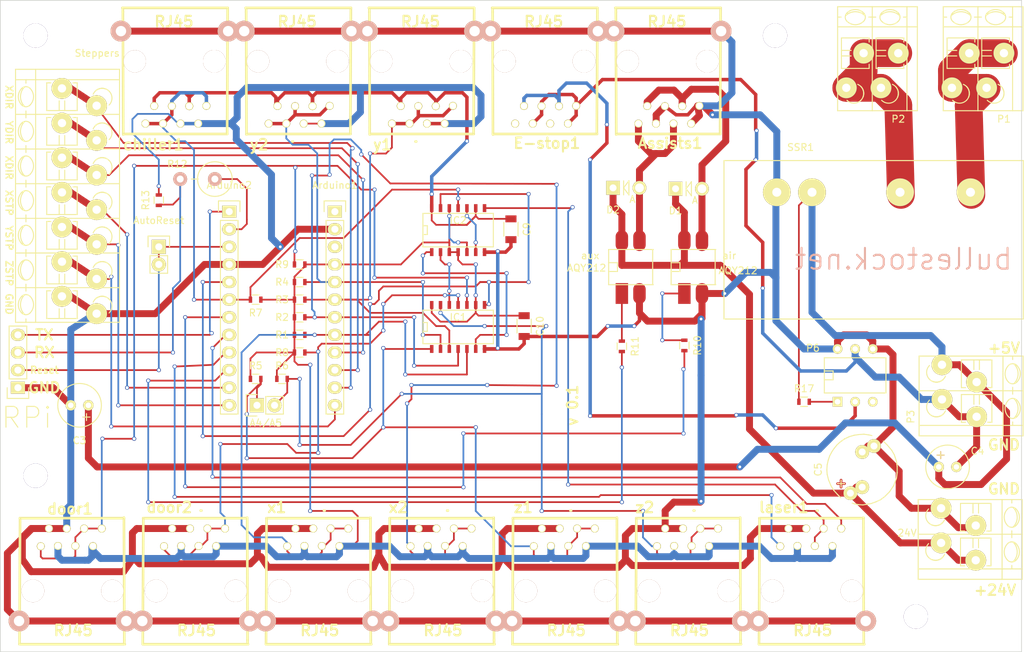
<source format=kicad_pcb>
(kicad_pcb (version 4) (host pcbnew "(2015-05-13 BZR 5653)-product")
  (layers (0 F.Cu signal) (31 B.Cu signal) (34 B.Paste user) (35 F.Paste user) (36 B.SilkS user) (37 F.SilkS user) (38 B.Mask user) (39 F.Mask user) (44 Edge.Cuts user))
  (net 0 "")
  (net 1 GND)
  (net 2 "Net-(24V1-Pad1)")
  (net 3 "Net-(A4/A5-Pad1)")
  (net 4 "Net-(A4/A5-Pad2)")
  (net 5 "Net-(R10-Pad1)")
  (net 6 "Net-(Assists1-Pad1)")
  (net 7 "Net-(Arduino1-Pad1)")
  (net 8 "Net-(Arduino1-Pad3)")
  (net 9 "Net-(Arduino1-Pad4)")
  (net 10 "Net-(Arduino1-Pad5)")
  (net 11 "Net-(Arduino1-Pad6)")
  (net 12 "Net-(Arduino1-Pad7)")
  (net 13 "Net-(Arduino1-Pad8)")
  (net 14 "Net-(Arduino1-Pad9)")
  (net 15 "Net-(Arduino1-Pad10)")
  (net 16 "Net-(Arduino1-Pad11)")
  (net 17 "Net-(Arduino1-Pad12)")
  (net 18 "Net-(Arduino2-Pad1)")
  (net 19 "Net-(Arduino2-Pad2)")
  (net 20 "Net-(Arduino2-Pad3)")
  (net 21 "Net-(Arduino2-Pad5)")
  (net 22 "Net-(Arduino2-Pad6)")
  (net 23 "Net-(Arduino2-Pad7)")
  (net 24 "Net-(Arduino2-Pad8)")
  (net 25 "Net-(Arduino2-Pad9)")
  (net 26 "Net-(Arduino2-Pad10)")
  (net 27 "Net-(Arduino2-Pad11)")
  (net 28 "Net-(Arduino2-Pad12)")
  (net 29 "Net-(Assists1-Pad5)")
  (net 30 "Net-(R11-Pad1)")
  (net 31 "Net-(C3-Pad1)")
  (net 32 "Net-(C4-Pad2)")
  (net 33 "Net-(IC1-Pad10)")
  (net 34 "Net-(IC1-Pad11)")
  (net 35 "Net-(E-stop1-Pad1)")
  (net 36 "Net-(E-stop1-Pad5)")
  (net 37 "Net-(E-stop1-Pad7)")
  (net 38 "Net-(IC1-Pad6)")
  (net 39 "Net-(IC1-Pad12)")
  (net 40 "Net-(IC2-Pad12)")
  (net 41 "Net-(IC2-Pad10)")
  (net 42 "Net-(IC2-Pad8)")
  (net 43 "Net-(P1-Pad1)")
  (net 44 "Net-(P2-Pad1)")
  (net 45 "Net-(P6-Pad1)")
  (net 46 "Net-(P6-Pad3)")
  (net 47 "Net-(R12-Pad2)")
  (module Terminal_Blocks:TerminalBlock_WAGO-804_RM5mm_2pol (layer F.Cu) (at 252.476 106.172 90)
    (fp_text reference 24V (at 3.937 -9.906 180) (layer F.SilkS))
    (fp_text value CONN_01X02 hide)
    (pad 2 thru_hole circle (at 7.49936 -5.00126 90) (size 3 3) (drill 1.2) (layers *.Cu *.Mask F.SilkS) (net 1 GND))
    (pad 2 thru_hole circle (at 5 0 90) (size 3 3) (drill 1.2) (layers *.Cu *.Mask F.SilkS) (net 1 GND))
    (pad 1 thru_hole circle (at 0 0 90) (size 3 3) (drill 1.2) (layers *.Cu *.Mask F.SilkS) (net 2 "Net-(24V1-Pad1)"))
    (pad 1 thru_hole circle (at 2.49936 -5.00126 90) (size 3 3) (drill 1.2) (layers *.Cu *.Mask F.SilkS) (net 2 "Net-(24V1-Pad1)"))
  )
  (module Pin_Headers:Pin_Header_Straight_1x02 (layer F.Cu) (at 148.78 83.82 90)
    (fp_text reference A4/A5 (at -2.54 1.27 180) (layer F.SilkS))
    (fp_text value Header hide)
    (pad 1 thru_hole rect (at 0 0 90) (size 2.032 2.032) (drill 1.016) (layers *.Cu *.Mask F.SilkS) (net 3 "Net-(A4/A5-Pad1)"))
    (pad 2 thru_hole oval (at 0 2.54 90) (size 2.032 2.032) (drill 1.016) (layers *.Cu *.Mask F.SilkS) (net 4 "Net-(A4/A5-Pad2)"))
  )
  (module Pin_Headers:Pin_Header_Straight_1x12 (layer F.Cu) (at 160.02 55.88)
    (fp_text reference Arduino1 (at 0 -3.81) (layer F.SilkS))
    (fp_text value Header hide)
    (pad 1 thru_hole rect (at 0 0) (size 2.032 1.7272) (drill 1.016) (layers *.Cu *.Mask F.SilkS) (net 7 "Net-(Arduino1-Pad1)"))
    (pad 2 thru_hole oval (at 0 2.54) (size 2.032 1.7272) (drill 1.016) (layers *.Cu *.Mask F.SilkS) (net 1 GND))
    (pad 3 thru_hole oval (at 0 5.08) (size 2.032 1.7272) (drill 1.016) (layers *.Cu *.Mask F.SilkS) (net 8 "Net-(Arduino1-Pad3)"))
    (pad 4 thru_hole oval (at 0 7.62) (size 2.032 1.7272) (drill 1.016) (layers *.Cu *.Mask F.SilkS) (net 9 "Net-(Arduino1-Pad4)"))
    (pad 5 thru_hole oval (at 0 10.16) (size 2.032 1.7272) (drill 1.016) (layers *.Cu *.Mask F.SilkS) (net 10 "Net-(Arduino1-Pad5)"))
    (pad 6 thru_hole oval (at 0 12.7) (size 2.032 1.7272) (drill 1.016) (layers *.Cu *.Mask F.SilkS) (net 11 "Net-(Arduino1-Pad6)"))
    (pad 7 thru_hole oval (at 0 15.24) (size 2.032 1.7272) (drill 1.016) (layers *.Cu *.Mask F.SilkS) (net 12 "Net-(Arduino1-Pad7)"))
    (pad 8 thru_hole oval (at 0 17.78) (size 2.032 1.7272) (drill 1.016) (layers *.Cu *.Mask F.SilkS) (net 13 "Net-(Arduino1-Pad8)"))
    (pad 9 thru_hole oval (at 0 20.32) (size 2.032 1.7272) (drill 1.016) (layers *.Cu *.Mask F.SilkS) (net 14 "Net-(Arduino1-Pad9)"))
    (pad 10 thru_hole oval (at 0 22.86) (size 2.032 1.7272) (drill 1.016) (layers *.Cu *.Mask F.SilkS) (net 15 "Net-(Arduino1-Pad10)"))
    (pad 11 thru_hole oval (at 0 25.4) (size 2.032 1.7272) (drill 1.016) (layers *.Cu *.Mask F.SilkS) (net 16 "Net-(Arduino1-Pad11)"))
    (pad 12 thru_hole oval (at 0 27.94) (size 2.032 1.7272) (drill 1.016) (layers *.Cu *.Mask F.SilkS) (net 17 "Net-(Arduino1-Pad12)"))
  )
  (module Pin_Headers:Pin_Header_Straight_1x12 (layer F.Cu) (at 144.78 55.88)
    (fp_text reference Arduino2 (at 0 -3.81) (layer F.SilkS))
    (fp_text value Header hide)
    (pad 1 thru_hole rect (at 0 0) (size 2.032 1.7272) (drill 1.016) (layers *.Cu *.Mask F.SilkS) (net 18 "Net-(Arduino2-Pad1)"))
    (pad 2 thru_hole oval (at 0 2.54) (size 2.032 1.7272) (drill 1.016) (layers *.Cu *.Mask F.SilkS) (net 19 "Net-(Arduino2-Pad2)"))
    (pad 3 thru_hole oval (at 0 5.08) (size 2.032 1.7272) (drill 1.016) (layers *.Cu *.Mask F.SilkS) (net 20 "Net-(Arduino2-Pad3)"))
    (pad 4 thru_hole oval (at 0 7.62) (size 2.032 1.7272) (drill 1.016) (layers *.Cu *.Mask F.SilkS) (net 1 GND))
    (pad 5 thru_hole oval (at 0 10.16) (size 2.032 1.7272) (drill 1.016) (layers *.Cu *.Mask F.SilkS) (net 21 "Net-(Arduino2-Pad5)"))
    (pad 6 thru_hole oval (at 0 12.7) (size 2.032 1.7272) (drill 1.016) (layers *.Cu *.Mask F.SilkS) (net 22 "Net-(Arduino2-Pad6)"))
    (pad 7 thru_hole oval (at 0 15.24) (size 2.032 1.7272) (drill 1.016) (layers *.Cu *.Mask F.SilkS) (net 23 "Net-(Arduino2-Pad7)"))
    (pad 8 thru_hole oval (at 0 17.78) (size 2.032 1.7272) (drill 1.016) (layers *.Cu *.Mask F.SilkS) (net 24 "Net-(Arduino2-Pad8)"))
    (pad 9 thru_hole oval (at 0 20.32) (size 2.032 1.7272) (drill 1.016) (layers *.Cu *.Mask F.SilkS) (net 25 "Net-(Arduino2-Pad9)"))
    (pad 10 thru_hole oval (at 0 22.86) (size 2.032 1.7272) (drill 1.016) (layers *.Cu *.Mask F.SilkS) (net 26 "Net-(Arduino2-Pad10)"))
    (pad 11 thru_hole oval (at 0 25.4) (size 2.032 1.7272) (drill 1.016) (layers *.Cu *.Mask F.SilkS) (net 27 "Net-(Arduino2-Pad11)"))
    (pad 12 thru_hole oval (at 0 27.94) (size 2.032 1.7272) (drill 1.016) (layers *.Cu *.Mask F.SilkS) (net 28 "Net-(Arduino2-Pad12)"))
  )
  (module bullestock-kicad-footprints:RJ45-8-shield (layer F.Cu) (at 208.28 40.64 180)
    (fp_text reference Assists1 (at -0.10668 -5.3721 180) (layer F.SilkS) (effects (font (thickness 0.3048))))
    (fp_text value RJ45 (at 0.3556 12.1666 180) (layer F.SilkS) (effects (font (thickness 0.3048))))
    (pad A thru_hole circle (at -5.461 6.4516 180) (size 3.2512 3.2512) (drill 3.2512) (layers *.Cu *.SilkS *.Mask F.Adhes))
    (pad B thru_hole circle (at 5.9944 6.4516 180) (size 3.2004 3.2004) (drill 3.2004) (layers *.Cu *.SilkS *.Mask F.Adhes))
    (pad 1 thru_hole circle (at 3.2004 0 180) (size 1.143 1.143) (drill 0.889) (layers *.Cu *.Mask F.SilkS) (net 6 "Net-(Assists1-Pad1)"))
    (pad 2 thru_hole circle (at 0.6604 -0.0254 180) (size 1.143 1.143) (drill 0.889) (layers *.Cu *.Mask F.SilkS) (net 1 GND))
    (pad 3 thru_hole circle (at -1.8542 -0.0254 180) (size 1.143 1.143) (drill 0.889) (layers *.Cu *.Mask F.SilkS) (net 6 "Net-(Assists1-Pad1)"))
    (pad 4 thru_hole circle (at -4.32816 0.01778 180) (size 1.143 1.143) (drill 0.889) (layers *.Cu *.Mask F.SilkS) (net 1 GND))
    (pad 5 thru_hole circle (at 4.4704 -2.54 180) (size 1.143 1.143) (drill 0.889) (layers *.Cu *.Mask F.SilkS) (net 29 "Net-(Assists1-Pad5)"))
    (pad 6 thru_hole circle (at 1.9304 -2.54 180) (size 1.143 1.143) (drill 0.889) (layers *.Cu *.Mask F.SilkS) (net 1 GND))
    (pad 7 thru_hole circle (at -0.5842 -2.54 180) (size 1.143 1.143) (drill 0.889) (layers *.Cu *.Mask F.SilkS) (net 29 "Net-(Assists1-Pad5)"))
    (pad 8 thru_hole circle (at -3.1496 -2.54 180) (size 1.143 1.143) (drill 0.889) (layers *.Cu *.Mask F.SilkS) (net 1 GND))
    (pad 9 thru_hole circle (at -7.461 10.8 180) (size 3 3) (drill 1.5) (layers *.Cu *.SilkS *.Mask F.Adhes) (net 1 GND))
    (pad 11 thru_hole circle (at 8 10.8 180) (size 3 3) (drill 1.5) (layers *.Cu *.SilkS *.Mask F.Adhes))
  )
  (module Pin_Headers:Pin_Header_Straight_1x02 (layer F.Cu) (at 134.62 60.96)
    (fp_text reference AutoReset (at 0 -3.81) (layer F.SilkS))
    (fp_text value CONN_01X02 hide)
    (pad 1 thru_hole rect (at 0 0) (size 2.032 2.032) (drill 1.016) (layers *.Cu *.Mask F.SilkS) (net 20 "Net-(Arduino2-Pad3)"))
    (pad 2 thru_hole oval (at 0 2.54) (size 2.032 2.032) (drill 1.016) (layers *.Cu *.Mask F.SilkS) (net 20 "Net-(Arduino2-Pad3)"))
  )
  (module Capacitors_Elko_ThroughHole:Elko_vert_11.2x6.3mm_RM2.5 (layer F.Cu) (at 124.46 83.82 180)
    (fp_text reference C3 (at 1.27 -5.08 180) (layer F.SilkS))
    (fp_text value 10u)
    (fp_line (start 0.26924 -1.69926) (end 0.76962 -1.69926) (layer F.Cu) (width 0.15))
    (fp_line (start 0.26924 -1.69926) (end 0.26924 -2.19964) (layer F.Cu) (width 0.15))
    (fp_line (start -0.23114 -1.69926) (end 0.26924 -1.69926) (layer F.Cu) (width 0.15))
    (fp_line (start 0.26924 -1.69926) (end 0.26924 -1.30048) (layer F.Cu) (width 0.15))
    (fp_line (start 0.26924 -1.30048) (end 0.26924 -1.19888) (layer F.Cu) (width 0.15))
    (pad 2 thru_hole circle (at 2.54 0 180) (size 1.50114 1.50114) (drill 0.8001) (layers *.Cu *.Mask F.SilkS) (net 1 GND))
    (pad 1 thru_hole circle (at 0 0 180) (size 1.50114 1.50114) (drill 0.8001) (layers *.Cu *.Mask F.SilkS) (net 31 "Net-(C3-Pad1)"))
  )
  (module Capacitors_Elko_ThroughHole:Elko_vert_11.2x6.3mm_RM2.5 (layer F.Cu) (at 247.142 92.71)
    (fp_text reference C4 (at 5.588 -2.286) (layer F.SilkS))
    (fp_text value 47u)
    (fp_line (start 0.26924 -1.69926) (end 0.76962 -1.69926) (layer F.Cu) (width 0.15))
    (fp_line (start 0.26924 -1.69926) (end 0.26924 -2.19964) (layer F.Cu) (width 0.15))
    (fp_line (start -0.23114 -1.69926) (end 0.26924 -1.69926) (layer F.Cu) (width 0.15))
    (fp_line (start 0.26924 -1.69926) (end 0.26924 -1.30048) (layer F.Cu) (width 0.15))
    (fp_line (start 0.26924 -1.30048) (end 0.26924 -1.19888) (layer F.Cu) (width 0.15))
    (pad 2 thru_hole circle (at 2.54 0) (size 1.50114 1.50114) (drill 0.8001) (layers *.Cu *.Mask F.SilkS) (net 32 "Net-(C4-Pad2)"))
    (pad 1 thru_hole circle (at 0 0) (size 1.50114 1.50114) (drill 0.8001) (layers *.Cu *.Mask F.SilkS) (net 31 "Net-(C3-Pad1)"))
  )
  (module Capacitors_Elko_ThroughHole:Elko_vert_20x10mm_RM5to7.5 (layer F.Cu) (at 236.093 93.091 90)
    (fp_text reference C5 (at 0 -6.35 90) (layer F.SilkS))
    (fp_text value 1000u)
    (fp_line (start -2.032 -3.556) (end -2.032 -2.54) (layer F.Cu) (width 0.381))
    (fp_line (start -2.54 -3.048) (end -1.524 -3.048) (layer F.Cu) (width 0.381))
    (pad 2 thru_hole circle (at 3.40106 1.69926 90) (size 1.99898 1.99898) (drill 1.00076) (layers *.Cu *.Mask F.SilkS) (net 1 GND))
    (pad 1 thru_hole circle (at -3.40106 -1.69926 90) (size 1.99898 1.99898) (drill 1.00076) (layers *.Cu *.Mask F.SilkS) (net 2 "Net-(24V1-Pad1)"))
    (pad 2 thru_hole circle (at 2.54 0 90) (size 1.99898 1.99898) (drill 1.00076) (layers *.Cu *.Mask F.SilkS) (net 1 GND))
    (pad 1 thru_hole circle (at -2.54 0 90) (size 1.99898 1.99898) (drill 1.00076) (layers *.Cu *.Mask F.SilkS) (net 2 "Net-(24V1-Pad1)"))
  )
  (module Capacitors_SMD:C_1206 (layer F.Cu) (at 185.42 58.42 270)
    (fp_text reference C9 (at 0 -2.3 270) (layer F.SilkS))
    (fp_text value 100n)
    (pad 1 smd rect (at -1.5 0 270) (size 1 1.6) (layers F.Cu F.Paste F.Mask) (net 9 "Net-(Arduino1-Pad4)"))
    (pad 2 smd rect (at 1.5 0 270) (size 1 1.6) (layers F.Cu F.Paste F.Mask) (net 1 GND))
  )
  (module Capacitors_SMD:C_1206 (layer F.Cu) (at 187.325 72.39 270)
    (fp_text reference C10 (at 0 -2.3 270) (layer F.SilkS))
    (fp_text value 100n)
    (pad 1 smd rect (at -1.5 0 270) (size 1 1.6) (layers F.Cu F.Paste F.Mask) (net 9 "Net-(Arduino1-Pad4)"))
    (pad 2 smd rect (at 1.5 0 270) (size 1 1.6) (layers F.Cu F.Paste F.Mask) (net 1 GND))
  )
  (module bullestock-kicad-footprints:RJ45-8-shield (layer F.Cu) (at 137.16 40.64 180)
    (fp_text reference chiller1 (at 3.302 -5.588 180) (layer F.SilkS) (effects (font (thickness 0.3048))))
    (fp_text value RJ45 (at 0.3556 12.1666 180) (layer F.SilkS) (effects (font (thickness 0.3048))))
    (pad A thru_hole circle (at -5.461 6.4516 180) (size 3.2512 3.2512) (drill 3.2512) (layers *.Cu *.SilkS *.Mask F.Adhes))
    (pad B thru_hole circle (at 5.9944 6.4516 180) (size 3.2004 3.2004) (drill 3.2004) (layers *.Cu *.SilkS *.Mask F.Adhes))
    (pad 1 thru_hole circle (at 3.2004 0 180) (size 1.143 1.143) (drill 0.889) (layers *.Cu *.Mask F.SilkS) (net 9 "Net-(Arduino1-Pad4)"))
    (pad 2 thru_hole circle (at 0.6604 -0.0254 180) (size 1.143 1.143) (drill 0.889) (layers *.Cu *.Mask F.SilkS) (net 22 "Net-(Arduino2-Pad6)"))
    (pad 3 thru_hole circle (at -1.8542 -0.0254 180) (size 1.143 1.143) (drill 0.889) (layers *.Cu *.Mask F.SilkS) (net 9 "Net-(Arduino1-Pad4)"))
    (pad 4 thru_hole circle (at -4.32816 0.01778 180) (size 1.143 1.143) (drill 0.889) (layers *.Cu *.Mask F.SilkS) (net 22 "Net-(Arduino2-Pad6)"))
    (pad 5 thru_hole circle (at 4.4704 -2.54 180) (size 1.143 1.143) (drill 0.889) (layers *.Cu *.Mask F.SilkS) (net 22 "Net-(Arduino2-Pad6)"))
    (pad 6 thru_hole circle (at 1.9304 -2.54 180) (size 1.143 1.143) (drill 0.889) (layers *.Cu *.Mask F.SilkS) (net 22 "Net-(Arduino2-Pad6)"))
    (pad 7 thru_hole circle (at -0.5842 -2.54 180) (size 1.143 1.143) (drill 0.889) (layers *.Cu *.Mask F.SilkS) (net 1 GND))
    (pad 8 thru_hole circle (at -3.1496 -2.54 180) (size 1.143 1.143) (drill 0.889) (layers *.Cu *.Mask F.SilkS) (net 1 GND))
    (pad 9 thru_hole circle (at -7.461 10.8 180) (size 3 3) (drill 1.5) (layers *.Cu *.SilkS *.Mask F.Adhes) (net 1 GND))
    (pad 11 thru_hole circle (at 8 10.8 180) (size 3 3) (drill 1.5) (layers *.Cu *.SilkS *.Mask F.Adhes))
  )
  (module Diodes_ThroughHole:Diode_DO-41_SOD81_Vertical_AnodeUp (layer F.Cu) (at 209.169 52.578)
    (fp_text reference D1 (at 0 3.175) (layer F.SilkS))
    (fp_text value 1N4004)
    (fp_text user A (at 2.794 1.651) (layer F.SilkS))
    (pad 2 thru_hole circle (at 3.81 0) (size 1.99898 1.99898) (drill 1.27) (layers *.Cu *.Mask F.SilkS) (net 6 "Net-(Assists1-Pad1)"))
    (pad 1 thru_hole rect (at 0 0) (size 1.99898 1.99898) (drill 1.00076) (layers *.Cu *.Mask F.SilkS) (net 2 "Net-(24V1-Pad1)"))
  )
  (module Diodes_ThroughHole:Diode_DO-41_SOD81_Vertical_AnodeUp (layer F.Cu) (at 200.152 52.451)
    (fp_text reference D2 (at 0 3.175) (layer F.SilkS))
    (fp_text value 1N4004)
    (fp_text user A (at 2.794 1.651) (layer F.SilkS))
    (pad 2 thru_hole circle (at 3.81 0) (size 1.99898 1.99898) (drill 1.27) (layers *.Cu *.Mask F.SilkS) (net 29 "Net-(Assists1-Pad5)"))
    (pad 1 thru_hole rect (at 0 0) (size 1.99898 1.99898) (drill 1.00076) (layers *.Cu *.Mask F.SilkS) (net 2 "Net-(24V1-Pad1)"))
  )
  (module bullestock-kicad-footprints:RJ45-8-shield (layer F.Cu) (at 121.92 104.14)
    (fp_text reference door1 (at -0.10668 -5.3721) (layer F.SilkS) (effects (font (thickness 0.3048))))
    (fp_text value RJ45 (at 0.3556 12.1666) (layer F.SilkS) (effects (font (thickness 0.3048))))
    (pad A thru_hole circle (at -5.461 6.4516) (size 3.2512 3.2512) (drill 3.2512) (layers *.Cu *.SilkS *.Mask F.Adhes))
    (pad B thru_hole circle (at 5.9944 6.4516) (size 3.2004 3.2004) (drill 3.2004) (layers *.Cu *.SilkS *.Mask F.Adhes))
    (pad 1 thru_hole circle (at 3.2004 0) (size 1.143 1.143) (drill 0.889) (layers *.Cu *.Mask F.SilkS) (net 9 "Net-(Arduino1-Pad4)"))
    (pad 2 thru_hole circle (at 0.6604 -0.0254) (size 1.143 1.143) (drill 0.889) (layers *.Cu *.Mask F.SilkS) (net 33 "Net-(IC1-Pad10)"))
    (pad 3 thru_hole circle (at -1.8542 -0.0254) (size 1.143 1.143) (drill 0.889) (layers *.Cu *.Mask F.SilkS) (net 9 "Net-(Arduino1-Pad4)"))
    (pad 4 thru_hole circle (at -4.32816 0.01778) (size 1.143 1.143) (drill 0.889) (layers *.Cu *.Mask F.SilkS) (net 33 "Net-(IC1-Pad10)"))
    (pad 5 thru_hole circle (at 4.4704 -2.54) (size 1.143 1.143) (drill 0.889) (layers *.Cu *.Mask F.SilkS) (net 33 "Net-(IC1-Pad10)"))
    (pad 6 thru_hole circle (at 1.9304 -2.54) (size 1.143 1.143) (drill 0.889) (layers *.Cu *.Mask F.SilkS) (net 33 "Net-(IC1-Pad10)"))
    (pad 7 thru_hole circle (at -0.5842 -2.54) (size 1.143 1.143) (drill 0.889) (layers *.Cu *.Mask F.SilkS) (net 1 GND))
    (pad 8 thru_hole circle (at -3.1496 -2.54) (size 1.143 1.143) (drill 0.889) (layers *.Cu *.Mask F.SilkS) (net 1 GND))
    (pad 9 thru_hole circle (at -7.461 10.8) (size 3 3) (drill 1.5) (layers *.Cu *.SilkS *.Mask F.Adhes) (net 1 GND))
    (pad 11 thru_hole circle (at 8 10.8) (size 3 3) (drill 1.5) (layers *.Cu *.SilkS *.Mask F.Adhes))
  )
  (module bullestock-kicad-footprints:RJ45-8-shield (layer F.Cu) (at 139.7 104.14)
    (fp_text reference door2 (at -3.556 -5.588) (layer F.SilkS) (effects (font (thickness 0.3048))))
    (fp_text value RJ45 (at 0.3556 12.1666) (layer F.SilkS) (effects (font (thickness 0.3048))))
    (pad A thru_hole circle (at -5.461 6.4516) (size 3.2512 3.2512) (drill 3.2512) (layers *.Cu *.SilkS *.Mask F.Adhes))
    (pad B thru_hole circle (at 5.9944 6.4516) (size 3.2004 3.2004) (drill 3.2004) (layers *.Cu *.SilkS *.Mask F.Adhes))
    (pad 1 thru_hole circle (at 3.2004 0) (size 1.143 1.143) (drill 0.889) (layers *.Cu *.Mask F.SilkS) (net 9 "Net-(Arduino1-Pad4)"))
    (pad 2 thru_hole circle (at 0.6604 -0.0254) (size 1.143 1.143) (drill 0.889) (layers *.Cu *.Mask F.SilkS) (net 34 "Net-(IC1-Pad11)"))
    (pad 3 thru_hole circle (at -1.8542 -0.0254) (size 1.143 1.143) (drill 0.889) (layers *.Cu *.Mask F.SilkS) (net 9 "Net-(Arduino1-Pad4)"))
    (pad 4 thru_hole circle (at -4.32816 0.01778) (size 1.143 1.143) (drill 0.889) (layers *.Cu *.Mask F.SilkS) (net 34 "Net-(IC1-Pad11)"))
    (pad 5 thru_hole circle (at 4.4704 -2.54) (size 1.143 1.143) (drill 0.889) (layers *.Cu *.Mask F.SilkS) (net 34 "Net-(IC1-Pad11)"))
    (pad 6 thru_hole circle (at 1.9304 -2.54) (size 1.143 1.143) (drill 0.889) (layers *.Cu *.Mask F.SilkS) (net 34 "Net-(IC1-Pad11)"))
    (pad 7 thru_hole circle (at -0.5842 -2.54) (size 1.143 1.143) (drill 0.889) (layers *.Cu *.Mask F.SilkS) (net 1 GND))
    (pad 8 thru_hole circle (at -3.1496 -2.54) (size 1.143 1.143) (drill 0.889) (layers *.Cu *.Mask F.SilkS) (net 1 GND))
    (pad 9 thru_hole circle (at -7.461 10.8) (size 3 3) (drill 1.5) (layers *.Cu *.SilkS *.Mask F.Adhes) (net 1 GND))
    (pad 11 thru_hole circle (at 8 10.8) (size 3 3) (drill 1.5) (layers *.Cu *.SilkS *.Mask F.Adhes))
  )
  (module bullestock-kicad-footprints:RJ45-8-shield (layer F.Cu) (at 190.5 40.64 180)
    (fp_text reference E-stop1 (at -0.10668 -5.3721 180) (layer F.SilkS) (effects (font (thickness 0.3048))))
    (fp_text value RJ45 (at 0.3556 12.1666 180) (layer F.SilkS) (effects (font (thickness 0.3048))))
    (pad A thru_hole circle (at -5.461 6.4516 180) (size 3.2512 3.2512) (drill 3.2512) (layers *.Cu *.SilkS *.Mask F.Adhes))
    (pad B thru_hole circle (at 5.9944 6.4516 180) (size 3.2004 3.2004) (drill 3.2004) (layers *.Cu *.SilkS *.Mask F.Adhes))
    (pad 1 thru_hole circle (at 3.2004 0 180) (size 1.143 1.143) (drill 0.889) (layers *.Cu *.Mask F.SilkS) (net 35 "Net-(E-stop1-Pad1)"))
    (pad 2 thru_hole circle (at 0.6604 -0.0254 180) (size 1.143 1.143) (drill 0.889) (layers *.Cu *.Mask F.SilkS) (net 32 "Net-(C4-Pad2)"))
    (pad 3 thru_hole circle (at -1.8542 -0.0254 180) (size 1.143 1.143) (drill 0.889) (layers *.Cu *.Mask F.SilkS) (net 35 "Net-(E-stop1-Pad1)"))
    (pad 4 thru_hole circle (at -4.32816 0.01778 180) (size 1.143 1.143) (drill 0.889) (layers *.Cu *.Mask F.SilkS) (net 32 "Net-(C4-Pad2)"))
    (pad 5 thru_hole circle (at 4.4704 -2.54 180) (size 1.143 1.143) (drill 0.889) (layers *.Cu *.Mask F.SilkS) (net 36 "Net-(E-stop1-Pad5)"))
    (pad 6 thru_hole circle (at 1.9304 -2.54 180) (size 1.143 1.143) (drill 0.889) (layers *.Cu *.Mask F.SilkS) (net 32 "Net-(C4-Pad2)"))
    (pad 7 thru_hole circle (at -0.5842 -2.54 180) (size 1.143 1.143) (drill 0.889) (layers *.Cu *.Mask F.SilkS) (net 37 "Net-(E-stop1-Pad7)"))
    (pad 8 thru_hole circle (at -3.1496 -2.54 180) (size 1.143 1.143) (drill 0.889) (layers *.Cu *.Mask F.SilkS) (net 32 "Net-(C4-Pad2)"))
    (pad 9 thru_hole circle (at -7.461 10.8 180) (size 3 3) (drill 1.5) (layers *.Cu *.SilkS *.Mask F.Adhes) (net 1 GND))
    (pad 11 thru_hole circle (at 8 10.8 180) (size 3 3) (drill 1.5) (layers *.Cu *.SilkS *.Mask F.Adhes))
  )
  (module bullestock-kicad-footprints:RJ45-8-shield (layer F.Cu) (at 228.6 104.14)
    (fp_text reference laser1 (at -3.81 -5.588) (layer F.SilkS) (effects (font (thickness 0.3048))))
    (fp_text value RJ45 (at 0.3556 12.1666) (layer F.SilkS) (effects (font (thickness 0.3048))))
    (pad A thru_hole circle (at -5.461 6.4516) (size 3.2512 3.2512) (drill 3.2512) (layers *.Cu *.SilkS *.Mask F.Adhes))
    (pad B thru_hole circle (at 5.9944 6.4516) (size 3.2004 3.2004) (drill 3.2004) (layers *.Cu *.SilkS *.Mask F.Adhes))
    (pad 1 thru_hole circle (at 3.2004 0) (size 1.143 1.143) (drill 0.889) (layers *.Cu *.Mask F.SilkS) (net 9 "Net-(Arduino1-Pad4)"))
    (pad 2 thru_hole circle (at 0.6604 -0.0254) (size 1.143 1.143) (drill 0.889) (layers *.Cu *.Mask F.SilkS) (net 42 "Net-(IC2-Pad8)"))
    (pad 3 thru_hole circle (at -1.8542 -0.0254) (size 1.143 1.143) (drill 0.889) (layers *.Cu *.Mask F.SilkS) (net 9 "Net-(Arduino1-Pad4)"))
    (pad 4 thru_hole circle (at -4.32816 0.01778) (size 1.143 1.143) (drill 0.889) (layers *.Cu *.Mask F.SilkS) (net 25 "Net-(Arduino2-Pad9)"))
    (pad 5 thru_hole circle (at 4.4704 -2.54) (size 1.143 1.143) (drill 0.889) (layers *.Cu *.Mask F.SilkS) (net 24 "Net-(Arduino2-Pad8)"))
    (pad 6 thru_hole circle (at 1.9304 -2.54) (size 1.143 1.143) (drill 0.889) (layers *.Cu *.Mask F.SilkS) (net 42 "Net-(IC2-Pad8)"))
    (pad 7 thru_hole circle (at -0.5842 -2.54) (size 1.143 1.143) (drill 0.889) (layers *.Cu *.Mask F.SilkS) (net 1 GND))
    (pad 8 thru_hole circle (at -3.1496 -2.54) (size 1.143 1.143) (drill 0.889) (layers *.Cu *.Mask F.SilkS) (net 1 GND))
    (pad 9 thru_hole circle (at -7.461 10.8) (size 3 3) (drill 1.5) (layers *.Cu *.SilkS *.Mask F.Adhes) (net 1 GND))
    (pad 11 thru_hole circle (at 8 10.8) (size 3 3) (drill 1.5) (layers *.Cu *.SilkS *.Mask F.Adhes))
  )
  (module Terminal_Blocks:TerminalBlock_WAGO-804_RM5mm_2pol (layer F.Cu) (at 256.54 33.02 180)
    (fp_text reference P1 (at 0 -9.5 180) (layer F.SilkS))
    (fp_text value "AC IN")
    (pad 2 thru_hole circle (at 7.49936 -5.00126 180) (size 3 3) (drill 1.2) (layers *.Cu *.Mask F.SilkS) (net 43 "Net-(P1-Pad1)"))
    (pad 2 thru_hole circle (at 5 0 180) (size 3 3) (drill 1.2) (layers *.Cu *.Mask F.SilkS) (net 43 "Net-(P1-Pad1)"))
    (pad 1 thru_hole circle (at 0 0 180) (size 3 3) (drill 1.2) (layers *.Cu *.Mask F.SilkS) (net 43 "Net-(P1-Pad1)"))
    (pad 1 thru_hole circle (at 2.49936 -5.00126 180) (size 3 3) (drill 1.2) (layers *.Cu *.Mask F.SilkS) (net 43 "Net-(P1-Pad1)"))
  )
  (module Terminal_Blocks:TerminalBlock_WAGO-804_RM5mm_2pol (layer F.Cu) (at 241.3 33.02 180)
    (fp_text reference P2 (at 0 -9.5 180) (layer F.SilkS))
    (fp_text value "AC out")
    (pad 2 thru_hole circle (at 7.49936 -5.00126 180) (size 3 3) (drill 1.2) (layers *.Cu *.Mask F.SilkS) (net 44 "Net-(P2-Pad1)"))
    (pad 2 thru_hole circle (at 5 0 180) (size 3 3) (drill 1.2) (layers *.Cu *.Mask F.SilkS) (net 44 "Net-(P2-Pad1)"))
    (pad 1 thru_hole circle (at 0 0 180) (size 3 3) (drill 1.2) (layers *.Cu *.Mask F.SilkS) (net 44 "Net-(P2-Pad1)"))
    (pad 1 thru_hole circle (at 2.49936 -5.00126 180) (size 3 3) (drill 1.2) (layers *.Cu *.Mask F.SilkS) (net 44 "Net-(P2-Pad1)"))
  )
  (module Terminal_Blocks:TerminalBlock_WAGO-804_RM5mm_2pol (layer F.Cu) (at 252.603 85.471 90)
    (fp_text reference P3 (at 0 -9.5 90) (layer F.SilkS))
    (fp_text value "5V in")
    (pad 2 thru_hole circle (at 7.49936 -5.00126 90) (size 3 3) (drill 1.2) (layers *.Cu *.Mask F.SilkS) (net 31 "Net-(C3-Pad1)"))
    (pad 2 thru_hole circle (at 5 0 90) (size 3 3) (drill 1.2) (layers *.Cu *.Mask F.SilkS) (net 31 "Net-(C3-Pad1)"))
    (pad 1 thru_hole circle (at 0 0 90) (size 3 3) (drill 1.2) (layers *.Cu *.Mask F.SilkS) (net 32 "Net-(C4-Pad2)"))
    (pad 1 thru_hole circle (at 2.49936 -5.00126 90) (size 3 3) (drill 1.2) (layers *.Cu *.Mask F.SilkS) (net 32 "Net-(C4-Pad2)"))
  )
  (module Housings_DIP:DIP-6__300 (layer F.Cu) (at 235.077 79.502)
    (fp_text reference P6 (at -6.096 -3.937 180) (layer F.SilkS))
    (fp_text value AQV2526)
    (pad 1 thru_hole rect (at -2.54 3.81) (size 1.397 1.397) (drill 0.8128) (layers *.Cu *.Mask F.SilkS) (net 45 "Net-(P6-Pad1)"))
    (pad 2 thru_hole circle (at 0 3.81) (size 1.397 1.397) (drill 0.8128) (layers *.Cu *.Mask F.SilkS) (net 35 "Net-(E-stop1-Pad1)"))
    (pad 3 thru_hole circle (at 2.54 3.81) (size 1.397 1.397) (drill 0.8128) (layers *.Cu *.Mask F.SilkS) (net 46 "Net-(P6-Pad3)"))
    (pad 4 thru_hole circle (at 2.54 -3.81) (size 1.397 1.397) (drill 0.8128) (layers *.Cu *.Mask F.SilkS) (net 1 GND))
    (pad 5 thru_hole circle (at 0 -3.81) (size 1.397 1.397) (drill 0.8128) (layers *.Cu *.Mask F.SilkS) (net 32 "Net-(C4-Pad2)"))
    (pad 6 thru_hole circle (at -2.54 -3.81) (size 1.397 1.397) (drill 0.8128) (layers *.Cu *.Mask F.SilkS) (net 1 GND))
  )
  (module Resistors_SMD:R_0603 (layer F.Cu) (at 154.94 73.66)
    (fp_text reference R1 (at -2.54 0) (layer F.SilkS))
    (fp_text value 10K hide)
    (pad 1 smd rect (at -0.75 0) (size 0.5 0.9) (layers F.Cu F.Paste F.Mask) (net 9 "Net-(Arduino1-Pad4)"))
    (pad 2 smd rect (at 0.75 0) (size 0.5 0.9) (layers F.Cu F.Paste F.Mask) (net 13 "Net-(Arduino1-Pad8)"))
  )
  (module Resistors_SMD:R_0603 (layer F.Cu) (at 154.94 71.12)
    (fp_text reference R2 (at -2.54 0) (layer F.SilkS))
    (fp_text value 10K hide)
    (pad 1 smd rect (at -0.75 0) (size 0.5 0.9) (layers F.Cu F.Paste F.Mask) (net 9 "Net-(Arduino1-Pad4)"))
    (pad 2 smd rect (at 0.75 0) (size 0.5 0.9) (layers F.Cu F.Paste F.Mask) (net 12 "Net-(Arduino1-Pad7)"))
  )
  (module Resistors_SMD:R_0603 (layer F.Cu) (at 154.94 68.58)
    (fp_text reference R3 (at -2.54 0) (layer F.SilkS))
    (fp_text value 10K hide)
    (pad 1 smd rect (at -0.75 0) (size 0.5 0.9) (layers F.Cu F.Paste F.Mask) (net 9 "Net-(Arduino1-Pad4)"))
    (pad 2 smd rect (at 0.75 0) (size 0.5 0.9) (layers F.Cu F.Paste F.Mask) (net 11 "Net-(Arduino1-Pad6)"))
  )
  (module Resistors_SMD:R_0603 (layer F.Cu) (at 154.94 66.04 180)
    (fp_text reference R4 (at 2.54 0 180) (layer F.SilkS))
    (fp_text value 10K hide)
    (pad 1 smd rect (at -0.75 0 180) (size 0.5 0.9) (layers F.Cu F.Paste F.Mask) (net 10 "Net-(Arduino1-Pad5)"))
    (pad 2 smd rect (at 0.75 0 180) (size 0.5 0.9) (layers F.Cu F.Paste F.Mask) (net 9 "Net-(Arduino1-Pad4)"))
  )
  (module Resistors_SMD:R_0603 (layer F.Cu) (at 148.59 80.01)
    (fp_text reference R5 (at 0 -1.9) (layer F.SilkS))
    (fp_text value 10K hide)
    (pad 1 smd rect (at -0.75 0) (size 0.5 0.9) (layers F.Cu F.Paste F.Mask) (net 9 "Net-(Arduino1-Pad4)"))
    (pad 2 smd rect (at 0.75 0) (size 0.5 0.9) (layers F.Cu F.Paste F.Mask) (net 3 "Net-(A4/A5-Pad1)"))
  )
  (module Resistors_SMD:R_0603 (layer F.Cu) (at 152.4 80.01)
    (fp_text reference R6 (at 0 -1.9) (layer F.SilkS))
    (fp_text value 10K hide)
    (pad 1 smd rect (at -0.75 0) (size 0.5 0.9) (layers F.Cu F.Paste F.Mask) (net 9 "Net-(Arduino1-Pad4)"))
    (pad 2 smd rect (at 0.75 0) (size 0.5 0.9) (layers F.Cu F.Paste F.Mask) (net 4 "Net-(A4/A5-Pad2)"))
  )
  (module Resistors_SMD:R_0603 (layer F.Cu) (at 148.59 68.58 180)
    (fp_text reference R7 (at 0 -1.9 180) (layer F.SilkS))
    (fp_text value 10K hide)
    (pad 1 smd rect (at -0.75 0 180) (size 0.5 0.9) (layers F.Cu F.Paste F.Mask) (net 9 "Net-(Arduino1-Pad4)"))
    (pad 2 smd rect (at 0.75 0 180) (size 0.5 0.9) (layers F.Cu F.Paste F.Mask) (net 22 "Net-(Arduino2-Pad6)"))
  )
  (module Resistors_SMD:R_0603 (layer F.Cu) (at 154.94 76.2)
    (fp_text reference R8 (at -2.54 0) (layer F.SilkS))
    (fp_text value 10K hide)
    (pad 1 smd rect (at -0.75 0) (size 0.5 0.9) (layers F.Cu F.Paste F.Mask) (net 9 "Net-(Arduino1-Pad4)"))
    (pad 2 smd rect (at 0.75 0) (size 0.5 0.9) (layers F.Cu F.Paste F.Mask) (net 34 "Net-(IC1-Pad11)"))
  )
  (module Resistors_SMD:R_0603 (layer F.Cu) (at 154.94 63.5 180)
    (fp_text reference R9 (at 2.54 0 180) (layer F.SilkS))
    (fp_text value 10K hide)
    (pad 1 smd rect (at -0.75 0 180) (size 0.5 0.9) (layers F.Cu F.Paste F.Mask) (net 9 "Net-(Arduino1-Pad4)"))
    (pad 2 smd rect (at 0.75 0 180) (size 0.5 0.9) (layers F.Cu F.Paste F.Mask) (net 33 "Net-(IC1-Pad10)"))
  )
  (module Resistors_SMD:R_0603 (layer F.Cu) (at 210.439 75.184 270)
    (fp_text reference R10 (at 0 -1.9 270) (layer F.SilkS))
    (fp_text value 360R)
    (pad 1 smd rect (at -0.75 0 270) (size 0.5 0.9) (layers F.Cu F.Paste F.Mask) (net 5 "Net-(R10-Pad1)"))
    (pad 2 smd rect (at 0.75 0 270) (size 0.5 0.9) (layers F.Cu F.Paste F.Mask) (net 23 "Net-(Arduino2-Pad7)"))
  )
  (module Resistors_SMD:R_0603 (layer F.Cu) (at 201.422 75.311 270)
    (fp_text reference R11 (at 0 -1.9 270) (layer F.SilkS))
    (fp_text value 360R)
    (pad 1 smd rect (at -0.75 0 270) (size 0.5 0.9) (layers F.Cu F.Paste F.Mask) (net 30 "Net-(R11-Pad1)"))
    (pad 2 smd rect (at 0.75 0 270) (size 0.5 0.9) (layers F.Cu F.Paste F.Mask) (net 26 "Net-(Arduino2-Pad10)"))
  )
  (module Resistors_SMD:R_0603 (layer F.Cu) (at 227.711 83.312)
    (fp_text reference R17 (at 0 -1.9) (layer F.SilkS))
    (fp_text value 360R)
    (pad 1 smd rect (at -0.75 0) (size 0.5 0.9) (layers F.Cu F.Paste F.Mask) (net 31 "Net-(C3-Pad1)"))
    (pad 2 smd rect (at 0.75 0) (size 0.5 0.9) (layers F.Cu F.Paste F.Mask) (net 45 "Net-(P6-Pad1)"))
  )
  (module Pin_Headers:Pin_Header_Straight_1x04 (layer F.Cu) (at 114.3 81.28 180)
    (fp_text reference RPi (at -1.27 -4.318 180) (layer F.SilkS) (effects (font (size 3 3))))
    (fp_text value CONN_01X04 hide)
    (pad 1 thru_hole rect (at 0 0 180) (size 2.032 1.7272) (drill 1.016) (layers *.Cu *.Mask F.SilkS) (net 1 GND))
    (pad 2 thru_hole oval (at 0 2.54 180) (size 2.032 1.7272) (drill 1.016) (layers *.Cu *.Mask F.SilkS) (net 20 "Net-(Arduino2-Pad3)"))
    (pad 3 thru_hole oval (at 0 5.08 180) (size 2.032 1.7272) (drill 1.016) (layers *.Cu *.Mask F.SilkS) (net 19 "Net-(Arduino2-Pad2)"))
    (pad 4 thru_hole oval (at 0 7.62 180) (size 2.032 1.7272) (drill 1.016) (layers *.Cu *.Mask F.SilkS) (net 18 "Net-(Arduino2-Pad1)"))
  )
  (module Terminal_Blocks:TerminalBlock_WAGO-804_RM5mm_7pol (layer F.Cu) (at 120.65 38.1 270)
    (fp_text reference Steppers (at -5.08 -5.08 360) (layer F.SilkS))
    (fp_text value "Screw terminal" hide)
    (pad 7 thru_hole circle (at 30 0 270) (size 3 3) (drill 1.2) (layers *.Cu *.Mask F.SilkS) (net 1 GND))
    (pad 7 thru_hole circle (at 32.49936 -5.00126 270) (size 3 3) (drill 1.2) (layers *.Cu *.Mask F.SilkS) (net 1 GND))
    (pad 6 thru_hole circle (at 27.49936 -5.00126 270) (size 3 3) (drill 1.2) (layers *.Cu *.Mask F.SilkS) (net 17 "Net-(Arduino1-Pad12)"))
    (pad 6 thru_hole circle (at 25 0 270) (size 3 3) (drill 1.2) (layers *.Cu *.Mask F.SilkS) (net 17 "Net-(Arduino1-Pad12)"))
    (pad 5 thru_hole circle (at 20 0 270) (size 3 3) (drill 1.2) (layers *.Cu *.Mask F.SilkS) (net 28 "Net-(Arduino2-Pad12)"))
    (pad 5 thru_hole circle (at 22.49936 -5.00126 270) (size 3 3) (drill 1.2) (layers *.Cu *.Mask F.SilkS) (net 28 "Net-(Arduino2-Pad12)"))
    (pad 4 thru_hole circle (at 17.49936 -5.00126 270) (size 3 3) (drill 1.2) (layers *.Cu *.Mask F.SilkS) (net 27 "Net-(Arduino2-Pad11)"))
    (pad 4 thru_hole circle (at 15 0 270) (size 3 3) (drill 1.2) (layers *.Cu *.Mask F.SilkS) (net 27 "Net-(Arduino2-Pad11)"))
    (pad 3 thru_hole circle (at 10 0 270) (size 3 3) (drill 1.2) (layers *.Cu *.Mask F.SilkS) (net 14 "Net-(Arduino1-Pad9)"))
    (pad 3 thru_hole circle (at 12.49936 -5.00126 270) (size 3 3) (drill 1.2) (layers *.Cu *.Mask F.SilkS) (net 14 "Net-(Arduino1-Pad9)"))
    (pad 2 thru_hole circle (at 7.49936 -5.00126 270) (size 3 3) (drill 1.2) (layers *.Cu *.Mask F.SilkS) (net 15 "Net-(Arduino1-Pad10)"))
    (pad 2 thru_hole circle (at 5 0 270) (size 3 3) (drill 1.2) (layers *.Cu *.Mask F.SilkS) (net 15 "Net-(Arduino1-Pad10)"))
    (pad 1 thru_hole circle (at 0 0 270) (size 3 3) (drill 1.2) (layers *.Cu *.Mask F.SilkS) (net 16 "Net-(Arduino1-Pad11)"))
    (pad 1 thru_hole circle (at 2.49936 -5.00126 270) (size 3 3) (drill 1.2) (layers *.Cu *.Mask F.SilkS) (net 16 "Net-(Arduino1-Pad11)"))
  )
  (module bullestock-kicad-footprints:RJ45-8-shield (layer F.Cu) (at 157.48 104.14)
    (fp_text reference x1 (at -5.842 -5.588) (layer F.SilkS) (effects (font (thickness 0.3048))))
    (fp_text value RJ45 (at 0.3556 12.1666) (layer F.SilkS) (effects (font (thickness 0.3048))))
    (pad A thru_hole circle (at -5.461 6.4516) (size 3.2512 3.2512) (drill 3.2512) (layers *.Cu *.SilkS *.Mask F.Adhes))
    (pad B thru_hole circle (at 5.9944 6.4516) (size 3.2004 3.2004) (drill 3.2004) (layers *.Cu *.SilkS *.Mask F.Adhes))
    (pad 1 thru_hole circle (at 3.2004 0) (size 1.143 1.143) (drill 0.889) (layers *.Cu *.Mask F.SilkS) (net 9 "Net-(Arduino1-Pad4)"))
    (pad 2 thru_hole circle (at 0.6604 -0.0254) (size 1.143 1.143) (drill 0.889) (layers *.Cu *.Mask F.SilkS) (net 13 "Net-(Arduino1-Pad8)"))
    (pad 3 thru_hole circle (at -1.8542 -0.0254) (size 1.143 1.143) (drill 0.889) (layers *.Cu *.Mask F.SilkS) (net 9 "Net-(Arduino1-Pad4)"))
    (pad 4 thru_hole circle (at -4.32816 0.01778) (size 1.143 1.143) (drill 0.889) (layers *.Cu *.Mask F.SilkS) (net 13 "Net-(Arduino1-Pad8)"))
    (pad 5 thru_hole circle (at 4.4704 -2.54) (size 1.143 1.143) (drill 0.889) (layers *.Cu *.Mask F.SilkS) (net 13 "Net-(Arduino1-Pad8)"))
    (pad 6 thru_hole circle (at 1.9304 -2.54) (size 1.143 1.143) (drill 0.889) (layers *.Cu *.Mask F.SilkS) (net 13 "Net-(Arduino1-Pad8)"))
    (pad 7 thru_hole circle (at -0.5842 -2.54) (size 1.143 1.143) (drill 0.889) (layers *.Cu *.Mask F.SilkS) (net 1 GND))
    (pad 8 thru_hole circle (at -3.1496 -2.54) (size 1.143 1.143) (drill 0.889) (layers *.Cu *.Mask F.SilkS) (net 1 GND))
    (pad 9 thru_hole circle (at -7.461 10.8) (size 3 3) (drill 1.5) (layers *.Cu *.SilkS *.Mask F.Adhes) (net 1 GND))
    (pad 11 thru_hole circle (at 8 10.8) (size 3 3) (drill 1.5) (layers *.Cu *.SilkS *.Mask F.Adhes))
  )
  (module bullestock-kicad-footprints:RJ45-8-shield (layer F.Cu) (at 175.26 104.14)
    (fp_text reference x2 (at -6.096 -5.588) (layer F.SilkS) (effects (font (thickness 0.3048))))
    (fp_text value RJ45 (at 0.3556 12.1666) (layer F.SilkS) (effects (font (thickness 0.3048))))
    (pad A thru_hole circle (at -5.461 6.4516) (size 3.2512 3.2512) (drill 3.2512) (layers *.Cu *.SilkS *.Mask F.Adhes))
    (pad B thru_hole circle (at 5.9944 6.4516) (size 3.2004 3.2004) (drill 3.2004) (layers *.Cu *.SilkS *.Mask F.Adhes))
    (pad 1 thru_hole circle (at 3.2004 0) (size 1.143 1.143) (drill 0.889) (layers *.Cu *.Mask F.SilkS) (net 9 "Net-(Arduino1-Pad4)"))
    (pad 2 thru_hole circle (at 0.6604 -0.0254) (size 1.143 1.143) (drill 0.889) (layers *.Cu *.Mask F.SilkS) (net 12 "Net-(Arduino1-Pad7)"))
    (pad 3 thru_hole circle (at -1.8542 -0.0254) (size 1.143 1.143) (drill 0.889) (layers *.Cu *.Mask F.SilkS) (net 9 "Net-(Arduino1-Pad4)"))
    (pad 4 thru_hole circle (at -4.32816 0.01778) (size 1.143 1.143) (drill 0.889) (layers *.Cu *.Mask F.SilkS) (net 12 "Net-(Arduino1-Pad7)"))
    (pad 5 thru_hole circle (at 4.4704 -2.54) (size 1.143 1.143) (drill 0.889) (layers *.Cu *.Mask F.SilkS) (net 12 "Net-(Arduino1-Pad7)"))
    (pad 6 thru_hole circle (at 1.9304 -2.54) (size 1.143 1.143) (drill 0.889) (layers *.Cu *.Mask F.SilkS) (net 12 "Net-(Arduino1-Pad7)"))
    (pad 7 thru_hole circle (at -0.5842 -2.54) (size 1.143 1.143) (drill 0.889) (layers *.Cu *.Mask F.SilkS) (net 1 GND))
    (pad 8 thru_hole circle (at -3.1496 -2.54) (size 1.143 1.143) (drill 0.889) (layers *.Cu *.Mask F.SilkS) (net 1 GND))
    (pad 9 thru_hole circle (at -7.461 10.8) (size 3 3) (drill 1.5) (layers *.Cu *.SilkS *.Mask F.Adhes) (net 1 GND))
    (pad 11 thru_hole circle (at 8 10.8) (size 3 3) (drill 1.5) (layers *.Cu *.SilkS *.Mask F.Adhes))
  )
  (module bullestock-kicad-footprints:RJ45-8-shield (layer F.Cu) (at 172.72 40.64 180)
    (fp_text reference y1 (at 5.842 -5.588 180) (layer F.SilkS) (effects (font (thickness 0.3048))))
    (fp_text value RJ45 (at 0.3556 12.1666 180) (layer F.SilkS) (effects (font (thickness 0.3048))))
    (pad A thru_hole circle (at -5.461 6.4516 180) (size 3.2512 3.2512) (drill 3.2512) (layers *.Cu *.SilkS *.Mask F.Adhes))
    (pad B thru_hole circle (at 5.9944 6.4516 180) (size 3.2004 3.2004) (drill 3.2004) (layers *.Cu *.SilkS *.Mask F.Adhes))
    (pad 1 thru_hole circle (at 3.2004 0 180) (size 1.143 1.143) (drill 0.889) (layers *.Cu *.Mask F.SilkS) (net 9 "Net-(Arduino1-Pad4)"))
    (pad 2 thru_hole circle (at 0.6604 -0.0254 180) (size 1.143 1.143) (drill 0.889) (layers *.Cu *.Mask F.SilkS) (net 11 "Net-(Arduino1-Pad6)"))
    (pad 3 thru_hole circle (at -1.8542 -0.0254 180) (size 1.143 1.143) (drill 0.889) (layers *.Cu *.Mask F.SilkS) (net 9 "Net-(Arduino1-Pad4)"))
    (pad 4 thru_hole circle (at -4.32816 0.01778 180) (size 1.143 1.143) (drill 0.889) (layers *.Cu *.Mask F.SilkS) (net 11 "Net-(Arduino1-Pad6)"))
    (pad 5 thru_hole circle (at 4.4704 -2.54 180) (size 1.143 1.143) (drill 0.889) (layers *.Cu *.Mask F.SilkS) (net 11 "Net-(Arduino1-Pad6)"))
    (pad 6 thru_hole circle (at 1.9304 -2.54 180) (size 1.143 1.143) (drill 0.889) (layers *.Cu *.Mask F.SilkS) (net 11 "Net-(Arduino1-Pad6)"))
    (pad 7 thru_hole circle (at -0.5842 -2.54 180) (size 1.143 1.143) (drill 0.889) (layers *.Cu *.Mask F.SilkS) (net 1 GND))
    (pad 8 thru_hole circle (at -3.1496 -2.54 180) (size 1.143 1.143) (drill 0.889) (layers *.Cu *.Mask F.SilkS) (net 1 GND))
    (pad 9 thru_hole circle (at -7.461 10.8 180) (size 3 3) (drill 1.5) (layers *.Cu *.SilkS *.Mask F.Adhes) (net 1 GND))
    (pad 11 thru_hole circle (at 8 10.8 180) (size 3 3) (drill 1.5) (layers *.Cu *.SilkS *.Mask F.Adhes))
  )
  (module bullestock-kicad-footprints:RJ45-8-shield (layer F.Cu) (at 154.94 40.64 180)
    (fp_text reference y2 (at 5.842 -5.588 180) (layer F.SilkS) (effects (font (thickness 0.3048))))
    (fp_text value RJ45 (at 0.3556 12.1666 180) (layer F.SilkS) (effects (font (thickness 0.3048))))
    (pad A thru_hole circle (at -5.461 6.4516 180) (size 3.2512 3.2512) (drill 3.2512) (layers *.Cu *.SilkS *.Mask F.Adhes))
    (pad B thru_hole circle (at 5.9944 6.4516 180) (size 3.2004 3.2004) (drill 3.2004) (layers *.Cu *.SilkS *.Mask F.Adhes))
    (pad 1 thru_hole circle (at 3.2004 0 180) (size 1.143 1.143) (drill 0.889) (layers *.Cu *.Mask F.SilkS) (net 9 "Net-(Arduino1-Pad4)"))
    (pad 2 thru_hole circle (at 0.6604 -0.0254 180) (size 1.143 1.143) (drill 0.889) (layers *.Cu *.Mask F.SilkS) (net 10 "Net-(Arduino1-Pad5)"))
    (pad 3 thru_hole circle (at -1.8542 -0.0254 180) (size 1.143 1.143) (drill 0.889) (layers *.Cu *.Mask F.SilkS) (net 9 "Net-(Arduino1-Pad4)"))
    (pad 4 thru_hole circle (at -4.32816 0.01778 180) (size 1.143 1.143) (drill 0.889) (layers *.Cu *.Mask F.SilkS) (net 10 "Net-(Arduino1-Pad5)"))
    (pad 5 thru_hole circle (at 4.4704 -2.54 180) (size 1.143 1.143) (drill 0.889) (layers *.Cu *.Mask F.SilkS) (net 10 "Net-(Arduino1-Pad5)"))
    (pad 6 thru_hole circle (at 1.9304 -2.54 180) (size 1.143 1.143) (drill 0.889) (layers *.Cu *.Mask F.SilkS) (net 10 "Net-(Arduino1-Pad5)"))
    (pad 7 thru_hole circle (at -0.5842 -2.54 180) (size 1.143 1.143) (drill 0.889) (layers *.Cu *.Mask F.SilkS) (net 1 GND))
    (pad 8 thru_hole circle (at -3.1496 -2.54 180) (size 1.143 1.143) (drill 0.889) (layers *.Cu *.Mask F.SilkS) (net 1 GND))
    (pad 9 thru_hole circle (at -7.461 10.8 180) (size 3 3) (drill 1.5) (layers *.Cu *.SilkS *.Mask F.Adhes) (net 1 GND))
    (pad 11 thru_hole circle (at 8 10.8 180) (size 3 3) (drill 1.5) (layers *.Cu *.SilkS *.Mask F.Adhes))
  )
  (module bullestock-kicad-footprints:RJ45-8-shield (layer F.Cu) (at 193.04 104.14)
    (fp_text reference z1 (at -5.842 -5.588) (layer F.SilkS) (effects (font (thickness 0.3048))))
    (fp_text value RJ45 (at 0.3556 12.1666) (layer F.SilkS) (effects (font (thickness 0.3048))))
    (pad A thru_hole circle (at -5.461 6.4516) (size 3.2512 3.2512) (drill 3.2512) (layers *.Cu *.SilkS *.Mask F.Adhes))
    (pad B thru_hole circle (at 5.9944 6.4516) (size 3.2004 3.2004) (drill 3.2004) (layers *.Cu *.SilkS *.Mask F.Adhes))
    (pad 1 thru_hole circle (at 3.2004 0) (size 1.143 1.143) (drill 0.889) (layers *.Cu *.Mask F.SilkS) (net 9 "Net-(Arduino1-Pad4)"))
    (pad 2 thru_hole circle (at 0.6604 -0.0254) (size 1.143 1.143) (drill 0.889) (layers *.Cu *.Mask F.SilkS) (net 3 "Net-(A4/A5-Pad1)"))
    (pad 3 thru_hole circle (at -1.8542 -0.0254) (size 1.143 1.143) (drill 0.889) (layers *.Cu *.Mask F.SilkS) (net 9 "Net-(Arduino1-Pad4)"))
    (pad 4 thru_hole circle (at -4.32816 0.01778) (size 1.143 1.143) (drill 0.889) (layers *.Cu *.Mask F.SilkS) (net 3 "Net-(A4/A5-Pad1)"))
    (pad 5 thru_hole circle (at 4.4704 -2.54) (size 1.143 1.143) (drill 0.889) (layers *.Cu *.Mask F.SilkS) (net 3 "Net-(A4/A5-Pad1)"))
    (pad 6 thru_hole circle (at 1.9304 -2.54) (size 1.143 1.143) (drill 0.889) (layers *.Cu *.Mask F.SilkS) (net 3 "Net-(A4/A5-Pad1)"))
    (pad 7 thru_hole circle (at -0.5842 -2.54) (size 1.143 1.143) (drill 0.889) (layers *.Cu *.Mask F.SilkS) (net 1 GND))
    (pad 8 thru_hole circle (at -3.1496 -2.54) (size 1.143 1.143) (drill 0.889) (layers *.Cu *.Mask F.SilkS) (net 1 GND))
    (pad 9 thru_hole circle (at -7.461 10.8) (size 3 3) (drill 1.5) (layers *.Cu *.SilkS *.Mask F.Adhes) (net 1 GND))
    (pad 11 thru_hole circle (at 8 10.8) (size 3 3) (drill 1.5) (layers *.Cu *.SilkS *.Mask F.Adhes))
  )
  (module bullestock-kicad-footprints:RJ45-8-shield (layer F.Cu) (at 210.82 104.14)
    (fp_text reference z2 (at -6.096 -5.588) (layer F.SilkS) (effects (font (thickness 0.3048))))
    (fp_text value RJ45 (at 0.3556 12.1666) (layer F.SilkS) (effects (font (thickness 0.3048))))
    (pad A thru_hole circle (at -5.461 6.4516) (size 3.2512 3.2512) (drill 3.2512) (layers *.Cu *.SilkS *.Mask F.Adhes))
    (pad B thru_hole circle (at 5.9944 6.4516) (size 3.2004 3.2004) (drill 3.2004) (layers *.Cu *.SilkS *.Mask F.Adhes))
    (pad 1 thru_hole circle (at 3.2004 0) (size 1.143 1.143) (drill 0.889) (layers *.Cu *.Mask F.SilkS) (net 9 "Net-(Arduino1-Pad4)"))
    (pad 2 thru_hole circle (at 0.6604 -0.0254) (size 1.143 1.143) (drill 0.889) (layers *.Cu *.Mask F.SilkS) (net 4 "Net-(A4/A5-Pad2)"))
    (pad 3 thru_hole circle (at -1.8542 -0.0254) (size 1.143 1.143) (drill 0.889) (layers *.Cu *.Mask F.SilkS) (net 9 "Net-(Arduino1-Pad4)"))
    (pad 4 thru_hole circle (at -4.32816 0.01778) (size 1.143 1.143) (drill 0.889) (layers *.Cu *.Mask F.SilkS) (net 4 "Net-(A4/A5-Pad2)"))
    (pad 5 thru_hole circle (at 4.4704 -2.54) (size 1.143 1.143) (drill 0.889) (layers *.Cu *.Mask F.SilkS) (net 4 "Net-(A4/A5-Pad2)"))
    (pad 6 thru_hole circle (at 1.9304 -2.54) (size 1.143 1.143) (drill 0.889) (layers *.Cu *.Mask F.SilkS) (net 4 "Net-(A4/A5-Pad2)"))
    (pad 7 thru_hole circle (at -0.5842 -2.54) (size 1.143 1.143) (drill 0.889) (layers *.Cu *.Mask F.SilkS) (net 1 GND))
    (pad 8 thru_hole circle (at -3.1496 -2.54) (size 1.143 1.143) (drill 0.889) (layers *.Cu *.Mask F.SilkS) (net 1 GND))
    (pad 9 thru_hole circle (at -7.461 10.8) (size 3 3) (drill 1.5) (layers *.Cu *.SilkS *.Mask F.Adhes) (net 1 GND))
    (pad 11 thru_hole circle (at 8 10.8) (size 3 3) (drill 1.5) (layers *.Cu *.SilkS *.Mask F.Adhes))
  )
  (module bullestock-kicad-footprints:DIP-4_SMD_300 (layer F.Cu) (at 212.979 63.881)
    (fp_text reference air (at 3.937 -1.651) (layer F.SilkS))
    (fp_text value AQY212 (at 5.207 0.508) (layer F.SilkS))
    (pad 1 smd rect (at -2.54 3.81) (size 1.8 3) (layers F.Cu F.Paste F.Mask) (net 5 "Net-(R10-Pad1)"))
    (pad 2 smd oval (at 0 3.81) (size 1.8 3) (layers F.Cu F.Paste F.Mask) (net 1 GND))
    (pad 3 smd oval (at 0 -3.81) (size 1.8 3) (layers F.Cu F.Paste F.Mask) (net 6 "Net-(Assists1-Pad1)"))
    (pad 4 smd oval (at -2.54 -3.81) (size 1.8 3) (layers F.Cu F.Paste F.Mask) (net 2 "Net-(24V1-Pad1)"))
  )
  (module bullestock-kicad-footprints:DIP-4_SMD_300 (layer F.Cu) (at 203.962 63.881)
    (fp_text reference aux (at -7.112 -1.651) (layer F.SilkS))
    (fp_text value AQY212 (at -7.62 0.127) (layer F.SilkS))
    (pad 1 smd rect (at -2.54 3.81) (size 1.8 3) (layers F.Cu F.Paste F.Mask) (net 30 "Net-(R11-Pad1)"))
    (pad 2 smd oval (at 0 3.81) (size 1.8 3) (layers F.Cu F.Paste F.Mask) (net 1 GND))
    (pad 3 smd oval (at 0 -3.81) (size 1.8 3) (layers F.Cu F.Paste F.Mask) (net 29 "Net-(Assists1-Pad5)"))
    (pad 4 smd oval (at -2.54 -3.81) (size 1.8 3) (layers F.Cu F.Paste F.Mask) (net 2 "Net-(24V1-Pad1)"))
  )
  (module bullestock-kicad-footprints:CrydomPF240 (layer F.Cu) (at 251.714 53.086 180)
    (fp_text reference SSR1 (at 24.511 6.477 180) (layer F.SilkS))
    (fp_text value PF240D25)
    (pad 1 thru_hole circle (at 0 0 180) (size 4 4) (drill 1.3) (layers *.Cu *.Mask F.SilkS) (net 43 "Net-(P1-Pad1)"))
    (pad 2 thru_hole circle (at 10.16 0 180) (size 4 4) (drill 1.3) (layers *.Cu *.Mask F.SilkS) (net 44 "Net-(P2-Pad1)"))
    (pad 3 thru_hole circle (at 22.86 0 180) (size 4 4) (drill 1.3) (layers *.Cu *.Mask F.SilkS) (net 31 "Net-(C3-Pad1)"))
    (pad 4 thru_hole circle (at 27.94 0 180) (size 4 4) (drill 1.3) (layers *.Cu *.Mask F.SilkS) (net 1 GND))
  )
  (module Mounting_Holes:MountingHole_3-5mm (layer F.Cu) (at 116.84 30.48)
    (fp_text reference MH hide)
    (fp_text value MountingHole_3-5mm hide)
    (pad 1 thru_hole circle (at 0 0) (size 3.5 3.5) (drill 3.5) (layers))
  )
  (module Mounting_Holes:MountingHole_3-5mm (layer F.Cu) (at 116.84 93.98)
    (fp_text reference REF** hide)
    (fp_text value MountingHole_3-5mm hide)
    (pad 1 thru_hole circle (at 0 0) (size 3.5 3.5) (drill 3.5) (layers))
  )
  (module Mounting_Holes:MountingHole_3-5mm (layer F.Cu) (at 223.52 30.48)
    (fp_text reference REF** hide)
    (fp_text value MountingHole_3-5mm hide)
    (pad 1 thru_hole circle (at 0 0) (size 3.5 3.5) (drill 3.5) (layers))
  )
  (module Mounting_Holes:MountingHole_3-5mm (layer F.Cu) (at 243.84 114.3)
    (fp_text reference REF** hide)
    (fp_text value MountingHole_3-5mm hide)
    (pad 1 thru_hole circle (at 0 0) (size 3.5 3.5) (drill 3.5) (layers))
  )
  (module Resistors_ThroughHole:Resistor_Vertical_RM5mm (layer F.Cu) (at 140.208 51.181 180)
    (fp_text reference R12 (at 2.921 2.159 180) (layer F.SilkS))
    (fp_text value 6K5)
    (pad 1 thru_hole circle (at -2.49936 0 180) (size 1.99898 1.99898) (drill 1.00076) (layers *.Cu *.SilkS *.Mask) (net 19 "Net-(Arduino2-Pad2)"))
    (pad 2 thru_hole circle (at 2.5019 0 180) (size 1.99898 1.99898) (drill 1.00076) (layers *.Cu *.SilkS *.Mask) (net 47 "Net-(R12-Pad2)"))
  )
  (module Resistors_SMD:R_0603 (layer F.Cu) (at 134.62 54.229 90)
    (fp_text reference R13 (at 0 -1.9 90) (layer F.SilkS))
    (fp_text value 10K)
    (pad 1 smd rect (at -0.75 0 90) (size 0.5 0.9) (layers F.Cu F.Paste F.Mask) (net 47 "Net-(R12-Pad2)"))
    (pad 2 smd rect (at 0.75 0 90) (size 0.5 0.9) (layers F.Cu F.Paste F.Mask) (net 1 GND))
  )
  (module SMD_Packages:SOIC-14_N (layer F.Cu) (at 177.8 72.39)
    (fp_text reference IC1 (at 0 -1.27) (layer F.SilkS))
    (fp_text value 7411)
    (pad 1 smd rect (at -3.81 3.302) (size 0.508 1.143) (layers F.Cu F.Paste F.Mask) (net 3 "Net-(A4/A5-Pad1)"))
    (pad 2 smd rect (at -2.54 3.302) (size 0.508 1.143) (layers F.Cu F.Paste F.Mask) (net 10 "Net-(Arduino1-Pad5)"))
    (pad 3 smd rect (at -1.27 3.302) (size 0.508 1.143) (layers F.Cu F.Paste F.Mask) (net 11 "Net-(Arduino1-Pad6)"))
    (pad 4 smd rect (at 0 3.302) (size 0.508 1.143) (layers F.Cu F.Paste F.Mask) (net 12 "Net-(Arduino1-Pad7)"))
    (pad 5 smd rect (at 1.27 3.302) (size 0.508 1.143) (layers F.Cu F.Paste F.Mask) (net 13 "Net-(Arduino1-Pad8)"))
    (pad 6 smd rect (at 2.54 3.302) (size 0.508 1.143) (layers F.Cu F.Paste F.Mask) (net 38 "Net-(IC1-Pad6)"))
    (pad 7 smd rect (at 3.81 3.302) (size 0.508 1.143) (layers F.Cu F.Paste F.Mask) (net 1 GND))
    (pad 8 smd rect (at 3.81 -3.048) (size 0.508 1.143) (layers F.Cu F.Paste F.Mask) (net 21 "Net-(Arduino2-Pad5)"))
    (pad 9 smd rect (at 2.54 -3.048) (size 0.508 1.143) (layers F.Cu F.Paste F.Mask) (net 9 "Net-(Arduino1-Pad4)"))
    (pad 11 smd rect (at 0 -3.048) (size 0.508 1.143) (layers F.Cu F.Paste F.Mask) (net 34 "Net-(IC1-Pad11)"))
    (pad 12 smd rect (at -1.27 -3.048) (size 0.508 1.143) (layers F.Cu F.Paste F.Mask) (net 39 "Net-(IC1-Pad12)"))
    (pad 13 smd rect (at -2.54 -3.048) (size 0.508 1.143) (layers F.Cu F.Paste F.Mask) (net 4 "Net-(A4/A5-Pad2)"))
    (pad 14 smd rect (at -3.81 -3.048) (size 0.508 1.143) (layers F.Cu F.Paste F.Mask) (net 9 "Net-(Arduino1-Pad4)"))
    (pad 10 smd rect (at 1.27 -3.048) (size 0.508 1.143) (layers F.Cu F.Paste F.Mask) (net 33 "Net-(IC1-Pad10)"))
  )
  (module SMD_Packages:SOIC-14_N (layer F.Cu) (at 177.8 58.42)
    (fp_text reference IC2 (at 0 -1.27) (layer F.SilkS))
    (fp_text value 7410)
    (pad 1 smd rect (at -3.81 3.302) (size 0.508 1.143) (layers F.Cu F.Paste F.Mask) (net 38 "Net-(IC1-Pad6)"))
    (pad 2 smd rect (at -2.54 3.302) (size 0.508 1.143) (layers F.Cu F.Paste F.Mask) (net 39 "Net-(IC1-Pad12)"))
    (pad 3 smd rect (at -1.27 3.302) (size 0.508 1.143) (layers F.Cu F.Paste F.Mask) (net 9 "Net-(Arduino1-Pad4)"))
    (pad 4 smd rect (at 0 3.302) (size 0.508 1.143) (layers F.Cu F.Paste F.Mask) (net 9 "Net-(Arduino1-Pad4)"))
    (pad 5 smd rect (at 1.27 3.302) (size 0.508 1.143) (layers F.Cu F.Paste F.Mask) (net 40 "Net-(IC2-Pad12)"))
    (pad 6 smd rect (at 2.54 3.302) (size 0.508 1.143) (layers F.Cu F.Paste F.Mask) (net 41 "Net-(IC2-Pad10)"))
    (pad 7 smd rect (at 3.81 3.302) (size 0.508 1.143) (layers F.Cu F.Paste F.Mask) (net 1 GND))
    (pad 8 smd rect (at 3.81 -3.048) (size 0.508 1.143) (layers F.Cu F.Paste F.Mask) (net 42 "Net-(IC2-Pad8)"))
    (pad 9 smd rect (at 2.54 -3.048) (size 0.508 1.143) (layers F.Cu F.Paste F.Mask) (net 9 "Net-(Arduino1-Pad4)"))
    (pad 11 smd rect (at 0 -3.048) (size 0.508 1.143) (layers F.Cu F.Paste F.Mask) (net 22 "Net-(Arduino2-Pad6)"))
    (pad 12 smd rect (at -1.27 -3.048) (size 0.508 1.143) (layers F.Cu F.Paste F.Mask) (net 40 "Net-(IC2-Pad12)"))
    (pad 13 smd rect (at -2.54 -3.048) (size 0.508 1.143) (layers F.Cu F.Paste F.Mask) (net 21 "Net-(Arduino2-Pad5)"))
    (pad 14 smd rect (at -3.81 -3.048) (size 0.508 1.143) (layers F.Cu F.Paste F.Mask) (net 9 "Net-(Arduino1-Pad4)"))
    (pad 10 smd rect (at 1.27 -3.048) (size 0.508 1.143) (layers F.Cu F.Paste F.Mask) (net 41 "Net-(IC2-Pad10)"))
  )
  (gr_text +24V (at 255.27 110.49) (layer F.SilkS) (effects (font (size 1.5 1.5) (thickness 0.3))))
  (gr_text GND (at 256.54 95.885) (layer F.SilkS) (effects (font (size 1.5 1.5) (thickness 0.3))))
  (gr_text +5V (at 256.54 75.565) (layer F.SilkS) (effects (font (size 1.5 1.5) (thickness 0.3))))
  (gr_text GND (at 256.54 89.535) (layer F.SilkS) (effects (font (size 1.5 1.5) (thickness 0.3))))
  (gr_text YSTP (at 113.03 59.69 270) (layer F.SilkS) (effects (font (size 1 1) (thickness 0.2))))
  (gr_text XSTP (at 113.03 54.61 270) (layer F.SilkS) (effects (font (size 1 1) (thickness 0.2))))
  (gr_text XDIR (at 113.03 49.53 270) (layer F.SilkS) (effects (font (size 1 1) (thickness 0.2))))
  (gr_text YDIR (at 113.03 44.45 270) (layer F.SilkS) (effects (font (size 1 1) (thickness 0.2))))
  (gr_text XDIR (at 113.03 39.37 270) (layer F.SilkS) (effects (font (size 1 1) (thickness 0.2))))
  (gr_text ZSTP (at 113.03 64.77 270) (layer F.SilkS) (effects (font (size 1 1) (thickness 0.2))))
  (gr_text GND (at 113.03 69.215 270) (layer F.SilkS) (effects (font (size 1 1) (thickness 0.2))))
  (gr_text RX (at 118.11 76.2) (layer F.SilkS) (effects (font (size 1.5 1.5) (thickness 0.3))))
  (gr_text TX (at 118.11 73.66) (layer F.SilkS) (effects (font (size 1.5 1.5) (thickness 0.3))))
  (gr_text Reset (at 118.11 78.74) (layer F.SilkS) (effects (font (size 1 1) (thickness 0.2))))
  (gr_text GND (at 118.11 81.28) (layer F.SilkS) (effects (font (size 1.5 1.5) (thickness 0.3))))
  (gr_text "v 0.1" (at 194.31 83.82 90) (layer F.SilkS) (effects (font (size 1.5 1.5) (thickness 0.3))))
  (gr_text bullestock.net (at 242.062 62.738) (layer B.SilkS) (effects (font (size 3 3) (thickness 0.3)) (justify mirror)))
  (gr_line (start 111.76 119.38) (end 111.76 25.4) (angle 90) (layer Edge.Cuts) (width 0.1))
  (gr_line (start 259.08 119.38) (end 111.76 119.38) (angle 90) (layer Edge.Cuts) (width 0.1))
  (gr_line (start 259.08 25.4) (end 259.08 119.38) (angle 90) (layer Edge.Cuts) (width 0.1))
  (gr_line (start 111.76 25.4) (end 259.08 25.4) (angle 90) (layer Edge.Cuts) (width 0.1))
  (segment (start 187.325 73.89) (end 197.89 73.89) (width 0.5) (layer F.Cu) (net 1))
  (segment (start 203.962 71.628) (end 203.962 67.691) (width 0.5) (layer F.Cu) (net 1))
  (segment (start 203.2 72.39) (end 203.962 71.628) (width 0.5) (layer F.Cu) (net 1))
  (via (at 203.2 72.39) (size 0.6) (layers F.Cu B.Cu) (net 1))
  (segment (start 199.39 72.39) (end 203.2 72.39) (width 0.5) (layer B.Cu) (net 1))
  (via (at 199.39 72.39) (size 0.6) (layers F.Cu B.Cu) (net 1))
  (segment (start 197.89 73.89) (end 199.39 72.39) (width 0.5) (layer F.Cu) (net 1))
  (segment (start 181.61 61.722) (end 183.388 61.722) (width 0.5) (layer F.Cu) (net 1))
  (segment (start 183.388 61.722) (end 183.515 61.595) (width 0.5) (layer F.Cu) (net 1))
  (via (at 183.515 61.595) (size 0.6) (layers F.Cu B.Cu) (net 1))
  (segment (start 183.515 61.595) (end 183.515 75.565) (width 0.5) (layer B.Cu) (net 1))
  (via (at 183.515 75.565) (size 0.6) (layers F.Cu B.Cu) (net 1))
  (segment (start 183.515 75.565) (end 183.388 75.692) (width 0.5) (layer F.Cu) (net 1))
  (segment (start 183.388 75.692) (end 181.61 75.692) (width 0.5) (layer F.Cu) (net 1))
  (segment (start 181.61 61.722) (end 184.658 61.722) (width 0.5) (layer F.Cu) (net 1))
  (segment (start 184.658 61.722) (end 185.42 60.96) (width 0.5) (layer F.Cu) (net 1))
  (segment (start 185.42 60.96) (end 185.42 59.92) (width 0.5) (layer F.Cu) (net 1))
  (segment (start 181.61 75.692) (end 186.563 75.692) (width 0.5) (layer F.Cu) (net 1))
  (segment (start 187.325 74.93) (end 187.325 73.89) (width 0.5) (layer F.Cu) (net 1))
  (segment (start 186.563 75.692) (end 187.325 74.93) (width 0.5) (layer F.Cu) (net 1))
  (segment (start 173.355 43.2308) (end 173.3042 43.18) (width 0.25) (layer B.Cu) (net 1))
  (segment (start 144.78 43.18) (end 145.034 43.18) (width 1) (layer B.Cu) (net 1))
  (segment (start 145.034 43.18) (end 145.796 43.942) (width 1) (layer B.Cu) (net 1))
  (via (at 152.146 60.96) (size 0.6) (layers F.Cu B.Cu) (net 1))
  (segment (start 150.876 59.69) (end 152.146 60.96) (width 1) (layer B.Cu) (net 1))
  (segment (start 150.876 50.546) (end 150.876 59.69) (width 1) (layer B.Cu) (net 1))
  (segment (start 145.796 45.466) (end 150.876 50.546) (width 1) (layer B.Cu) (net 1))
  (segment (start 145.796 43.942) (end 145.796 45.466) (width 1) (layer B.Cu) (net 1))
  (segment (start 163.576 37.973) (end 179.959 37.973) (width 1) (layer B.Cu) (net 1))
  (segment (start 180.086 43.18) (end 175.8696 43.18) (width 1) (layer B.Cu) (net 1))
  (segment (start 181.102 42.164) (end 180.086 43.18) (width 1) (layer B.Cu) (net 1))
  (segment (start 181.102 39.116) (end 181.102 42.164) (width 1) (layer B.Cu) (net 1))
  (segment (start 179.959 37.973) (end 181.102 39.116) (width 1) (layer B.Cu) (net 1))
  (segment (start 136.5504 101.6) (end 139.1158 101.6) (width 1) (layer F.Cu) (net 1))
  (segment (start 172.1104 101.6) (end 174.6758 101.6) (width 1) (layer F.Cu) (net 1))
  (segment (start 154.3304 101.6) (end 156.8958 101.6) (width 1) (layer F.Cu) (net 1))
  (segment (start 118.7704 101.6) (end 121.3358 101.6) (width 1) (layer F.Cu) (net 1))
  (segment (start 118.7704 101.6) (end 116.332 101.6) (width 1) (layer F.Cu) (net 1))
  (segment (start 112.776 113.257) (end 114.459 114.94) (width 1) (layer F.Cu) (net 1))
  (segment (start 112.776 105.156) (end 112.776 113.257) (width 1) (layer F.Cu) (net 1))
  (segment (start 116.332 101.6) (end 112.776 105.156) (width 1) (layer F.Cu) (net 1))
  (segment (start 166.37 105.41) (end 167.386 107.188) (width 1) (layer F.Cu) (net 1))
  (segment (start 184.912 101.6) (end 189.8904 101.6) (width 1) (layer F.Cu) (net 1))
  (segment (start 184.15 102.362) (end 184.912 101.6) (width 1) (layer F.Cu) (net 1))
  (segment (start 184.15 105.664) (end 184.15 102.362) (width 1) (layer F.Cu) (net 1))
  (segment (start 183.388 107.188) (end 184.15 105.664) (width 1) (layer F.Cu) (net 1))
  (segment (start 167.386 107.188) (end 183.388 107.188) (width 1) (layer F.Cu) (net 1))
  (segment (start 148.844 105.664) (end 149.352 105.664) (width 1) (layer F.Cu) (net 1))
  (segment (start 167.132 101.6) (end 172.1104 101.6) (width 1) (layer F.Cu) (net 1))
  (segment (start 166.37 102.362) (end 167.132 101.6) (width 1) (layer F.Cu) (net 1))
  (segment (start 166.37 105.41) (end 166.37 102.362) (width 1) (layer F.Cu) (net 1))
  (segment (start 165.608 107.188) (end 166.37 105.41) (width 1) (layer F.Cu) (net 1))
  (segment (start 150.368 107.188) (end 165.608 107.188) (width 1) (layer F.Cu) (net 1))
  (segment (start 149.352 105.664) (end 150.368 107.188) (width 1) (layer F.Cu) (net 1))
  (segment (start 130.81 105.918) (end 131.064 105.918) (width 1) (layer F.Cu) (net 1))
  (segment (start 149.606 101.6) (end 154.3304 101.6) (width 1) (layer F.Cu) (net 1))
  (segment (start 148.844 102.362) (end 149.606 101.6) (width 1) (layer F.Cu) (net 1))
  (segment (start 148.844 105.664) (end 148.844 102.362) (width 1) (layer F.Cu) (net 1))
  (segment (start 147.828 106.68) (end 148.844 105.664) (width 1) (layer F.Cu) (net 1))
  (segment (start 131.826 106.68) (end 147.828 106.68) (width 1) (layer F.Cu) (net 1))
  (segment (start 131.064 105.918) (end 131.826 106.68) (width 1) (layer F.Cu) (net 1))
  (segment (start 118.7704 101.6) (end 116.205 101.6) (width 1) (layer F.Cu) (net 1))
  (segment (start 131.445 101.6) (end 136.5504 101.6) (width 1) (layer F.Cu) (net 1))
  (segment (start 130.81 102.235) (end 131.445 101.6) (width 1) (layer F.Cu) (net 1))
  (segment (start 130.81 106.045) (end 130.81 105.918) (width 1) (layer F.Cu) (net 1))
  (segment (start 130.81 105.918) (end 130.81 102.235) (width 1) (layer F.Cu) (net 1))
  (segment (start 129.54 107.823) (end 130.81 106.045) (width 1) (layer F.Cu) (net 1))
  (segment (start 116.205 107.823) (end 129.54 107.823) (width 1) (layer F.Cu) (net 1))
  (segment (start 114.935 106.045) (end 116.205 107.823) (width 1) (layer F.Cu) (net 1))
  (segment (start 114.935 102.87) (end 114.935 106.045) (width 1) (layer F.Cu) (net 1))
  (segment (start 116.205 101.6) (end 114.935 102.87) (width 1) (layer F.Cu) (net 1))
  (segment (start 252.476 101.473) (end 249.9741 101.473) (width 1) (layer F.Cu) (net 1))
  (segment (start 249.9741 101.473) (end 247.47474 98.97364) (width 1) (layer F.Cu) (net 1))
  (segment (start 197.961 29.84) (end 200.28 29.84) (width 1) (layer F.Cu) (net 1))
  (segment (start 200.28 29.84) (end 215.741 29.84) (width 1) (layer F.Cu) (net 1))
  (segment (start 223.647 65.405) (end 223.647 53.213) (width 1) (layer B.Cu) (net 1))
  (segment (start 223.647 71.628) (end 223.647 65.405) (width 1) (layer B.Cu) (net 1))
  (segment (start 232.537 75.692) (end 227.711 75.692) (width 1) (layer B.Cu) (net 1))
  (segment (start 227.711 75.692) (end 223.647 71.628) (width 1) (layer B.Cu) (net 1))
  (segment (start 223.647 53.213) (end 223.774 53.086) (width 1) (layer B.Cu) (net 1))
  (segment (start 212.979 67.691) (end 212.979 70.6374) (width 1) (layer F.Cu) (net 1))
  (segment (start 212.979 70.6374) (end 211.9376 71.6788) (width 1) (layer F.Cu) (net 1))
  (segment (start 211.9376 71.6788) (end 205.1304 71.6788) (width 1) (layer F.Cu) (net 1))
  (segment (start 205.1304 71.6788) (end 203.962 70.5104) (width 1) (layer F.Cu) (net 1))
  (segment (start 203.962 70.5104) (end 203.962 67.691) (width 1) (layer F.Cu) (net 1))
  (segment (start 237.617 75.692) (end 237.617 74.549) (width 1) (layer F.Cu) (net 1))
  (segment (start 232.537 74.549) (end 232.537 75.692) (width 1) (layer F.Cu) (net 1))
  (segment (start 233.426 73.66) (end 232.537 74.549) (width 1) (layer F.Cu) (net 1))
  (segment (start 236.728 73.66) (end 233.426 73.66) (width 1) (layer F.Cu) (net 1))
  (segment (start 237.617 74.549) (end 236.728 73.66) (width 1) (layer F.Cu) (net 1))
  (segment (start 237.617 75.692) (end 239.7252 75.692) (width 1) (layer F.Cu) (net 1))
  (segment (start 240.538 86.9442) (end 237.79226 89.68994) (width 1) (layer F.Cu) (net 1))
  (segment (start 240.538 76.5048) (end 240.538 86.9442) (width 1) (layer F.Cu) (net 1))
  (segment (start 239.7252 75.692) (end 240.538 76.5048) (width 1) (layer F.Cu) (net 1))
  (segment (start 212.60816 40.62222) (end 215.40978 40.62222) (width 1) (layer B.Cu) (net 1))
  (segment (start 215.40978 40.62222) (end 217.297 38.735) (width 1) (layer B.Cu) (net 1))
  (segment (start 217.297 38.735) (end 217.297 31.396) (width 1) (layer B.Cu) (net 1))
  (segment (start 217.297 31.396) (end 215.741 29.84) (width 1) (layer B.Cu) (net 1))
  (segment (start 212.35416 40.62222) (end 213.21522 40.62222) (width 1) (layer F.Cu) (net 1))
  (segment (start 223.774 44.323) (end 223.774 53.086) (width 1) (layer B.Cu) (net 1))
  (segment (start 221.361 41.91) (end 223.774 44.323) (width 1) (layer B.Cu) (net 1))
  (segment (start 214.503 41.91) (end 221.361 41.91) (width 1) (layer B.Cu) (net 1))
  (via (at 214.503 41.91) (size 0.6) (layers F.Cu B.Cu) (net 1))
  (segment (start 213.21522 40.62222) (end 214.503 41.91) (width 1) (layer F.Cu) (net 1))
  (segment (start 212.35416 40.62222) (end 212.10778 40.62222) (width 0.25) (layer F.Cu) (net 1))
  (segment (start 212.10778 40.62222) (end 210.947 41.91) (width 0.5) (layer F.Cu) (net 1))
  (segment (start 210.947 41.91) (end 209.2452 41.91) (width 0.5) (layer F.Cu) (net 1))
  (segment (start 209.2452 41.91) (end 207.6196 40.6654) (width 0.5) (layer F.Cu) (net 1))
  (segment (start 212.35416 40.62222) (end 212.60816 42.00144) (width 1) (layer F.Cu) (net 1))
  (segment (start 212.60816 42.00144) (end 211.4296 43.18) (width 1) (layer F.Cu) (net 1))
  (segment (start 207.6196 40.6654) (end 206.375 41.91) (width 1) (layer F.Cu) (net 1))
  (segment (start 206.375 41.91) (end 206.375 43.1546) (width 1) (layer F.Cu) (net 1))
  (segment (start 206.375 43.1546) (end 206.3496 43.18) (width 1) (layer F.Cu) (net 1))
  (segment (start 237.79226 89.68994) (end 236.95406 89.68994) (width 1) (layer F.Cu) (net 1))
  (segment (start 236.95406 89.68994) (end 236.093 90.551) (width 1) (layer F.Cu) (net 1))
  (segment (start 189.992 101.4984) (end 189.8904 101.6) (width 0.25) (layer F.Cu) (net 1))
  (segment (start 132.239 114.586) (end 132.239 114.94) (width 0.25) (layer B.Cu) (net 1))
  (segment (start 136.398 101.4476) (end 136.5504 101.6) (width 0.25) (layer F.Cu) (net 1))
  (segment (start 185.579 114.94) (end 201.04 114.94) (width 1) (layer F.Cu) (net 1))
  (segment (start 132.239 114.94) (end 147.7 114.94) (width 1) (layer F.Cu) (net 1))
  (segment (start 114.459 114.94) (end 129.92 114.94) (width 1) (layer F.Cu) (net 1))
  (segment (start 129.92 114.94) (end 132.239 114.94) (width 1) (layer F.Cu) (net 1))
  (segment (start 147.7 114.94) (end 150.019 114.94) (width 1) (layer F.Cu) (net 1))
  (segment (start 203.359 114.94) (end 218.82 114.94) (width 1) (layer F.Cu) (net 1))
  (segment (start 201.04 114.94) (end 203.359 114.94) (width 1) (layer F.Cu) (net 1))
  (segment (start 218.82 114.94) (end 221.139 114.94) (width 1) (layer F.Cu) (net 1))
  (segment (start 203.359 113.824) (end 203.359 114.94) (width 0.25) (layer F.Cu) (net 1))
  (segment (start 121.8819 68.1) (end 125.65126 70.59936) (width 1) (layer F.Cu) (net 1))
  (segment (start 120.65 68.1) (end 121.8819 68.1) (width 1) (layer F.Cu) (net 1))
  (segment (start 121.92 72.898) (end 121.92 83.82) (width 1) (layer B.Cu) (net 1))
  (segment (start 125.48864 70.59936) (end 121.92 72.898) (width 1) (layer B.Cu) (net 1))
  (segment (start 125.65126 70.59936) (end 125.48864 70.59936) (width 1) (layer B.Cu) (net 1))
  (segment (start 121.92 98.171) (end 121.3358 98.7552) (width 1) (layer B.Cu) (net 1))
  (segment (start 121.3358 98.7552) (end 121.3358 101.6) (width 1) (layer B.Cu) (net 1))
  (segment (start 121.92 83.82) (end 121.92 98.171) (width 1) (layer B.Cu) (net 1))
  (segment (start 119.38 81.28) (end 121.92 83.82) (width 1) (layer F.Cu) (net 1))
  (segment (start 114.3 81.28) (end 119.38 81.28) (width 1) (layer F.Cu) (net 1))
  (via (at 216.281 67.691) (size 0.6) (layers F.Cu B.Cu) (net 1))
  (segment (start 216.281 67.691) (end 219.329 64.643) (width 1) (layer B.Cu) (net 1))
  (segment (start 219.329 64.643) (end 222.885 64.643) (width 1) (layer B.Cu) (net 1))
  (segment (start 222.885 64.643) (end 223.647 65.405) (width 1) (layer B.Cu) (net 1))
  (segment (start 212.979 67.691) (end 216.281 67.691) (width 1) (layer F.Cu) (net 1))
  (segment (start 243.19864 98.67264) (end 241.427 96.901) (width 1) (layer F.Cu) (net 1))
  (segment (start 241.427 96.901) (end 241.427 93.32468) (width 1) (layer F.Cu) (net 1))
  (segment (start 241.427 93.32468) (end 237.79226 89.68994) (width 1) (layer F.Cu) (net 1))
  (segment (start 247.47474 98.67264) (end 243.19864 98.67264) (width 1) (layer F.Cu) (net 1))
  (segment (start 154.686 58.42) (end 160.02 58.42) (width 1) (layer F.Cu) (net 1))
  (segment (start 149.606 63.5) (end 152.146 60.96) (width 1) (layer F.Cu) (net 1))
  (segment (start 152.146 60.96) (end 154.686 58.42) (width 1) (layer F.Cu) (net 1))
  (segment (start 144.78 63.5) (end 149.606 63.5) (width 1) (layer F.Cu) (net 1))
  (segment (start 134.12464 70.59936) (end 141.224 63.5) (width 1) (layer F.Cu) (net 1))
  (segment (start 141.224 63.5) (end 144.78 63.5) (width 1) (layer F.Cu) (net 1))
  (segment (start 125.65126 70.59936) (end 134.12464 70.59936) (width 1) (layer F.Cu) (net 1))
  (segment (start 182.5 29.84) (end 197.961 29.84) (width 1) (layer F.Cu) (net 1))
  (segment (start 183.26 114.94) (end 185.579 114.94) (width 1) (layer F.Cu) (net 1))
  (segment (start 180.181 29.84) (end 182.5 29.84) (width 1) (layer F.Cu) (net 1))
  (segment (start 172.085 101.5746) (end 172.1104 101.6) (width 0.25) (layer F.Cu) (net 1))
  (segment (start 167.799 114.94) (end 183.26 114.94) (width 1) (layer F.Cu) (net 1))
  (segment (start 150.019 114.94) (end 165.48 114.94) (width 1) (layer F.Cu) (net 1))
  (segment (start 180.181 29.84) (end 164.72 29.84) (width 1) (layer F.Cu) (net 1))
  (segment (start 173.3042 43.18) (end 175.8696 43.18) (width 0.5) (layer F.Cu) (net 1))
  (segment (start 154.178 101.4476) (end 154.3304 101.6) (width 0.25) (layer F.Cu) (net 1))
  (segment (start 165.48 114.94) (end 167.799 114.94) (width 1) (layer F.Cu) (net 1))
  (segment (start 155.5242 43.18) (end 158.0896 43.18) (width 0.25) (layer F.Cu) (net 1))
  (segment (start 162.401 29.84) (end 164.72 29.84) (width 0.25) (layer F.Cu) (net 1))
  (segment (start 162.401 29.84) (end 146.94 29.84) (width 1) (layer F.Cu) (net 1))
  (segment (start 144.621 29.84) (end 129.16 29.84) (width 1) (layer F.Cu) (net 1))
  (segment (start 164.72 29.84) (end 162.401 29.84) (width 1) (layer F.Cu) (net 1))
  (segment (start 146.94 29.84) (end 144.621 29.84) (width 1) (layer F.Cu) (net 1))
  (via (at 162.401 29.84) (size 0.6) (layers F.Cu B.Cu) (net 1))
  (segment (start 162.401 30.448) (end 162.401 29.84) (width 0.25) (layer B.Cu) (net 1))
  (segment (start 162.052 43.18) (end 163.703 41.529) (width 1) (layer B.Cu) (net 1))
  (segment (start 145.923 42.291) (end 145.923 39.37) (width 1) (layer B.Cu) (net 1))
  (segment (start 145.923 39.37) (end 147.32 37.973) (width 1) (layer B.Cu) (net 1))
  (segment (start 147.32 37.973) (end 163.576 37.973) (width 1) (layer B.Cu) (net 1))
  (segment (start 163.576 37.973) (end 163.703 37.973) (width 1) (layer B.Cu) (net 1))
  (segment (start 140.3096 43.18) (end 144.78 43.18) (width 1) (layer B.Cu) (net 1))
  (segment (start 145.034 43.18) (end 145.923 42.291) (width 1) (layer B.Cu) (net 1))
  (segment (start 158.0896 43.18) (end 162.052 43.18) (width 1) (layer B.Cu) (net 1))
  (segment (start 163.703 41.529) (end 163.703 37.973) (width 1) (layer B.Cu) (net 1))
  (segment (start 137.7442 43.18) (end 140.3096 43.18) (width 0.5) (layer B.Cu) (net 1))
  (segment (start 221.139 114.94) (end 236.6 114.94) (width 1) (layer F.Cu) (net 1))
  (segment (start 221.139 113.697) (end 221.139 114.94) (width 0.25) (layer F.Cu) (net 1))
  (segment (start 185.674 107.188) (end 200.914 107.188) (width 1) (layer F.Cu) (net 1))
  (segment (start 200.914 107.188) (end 201.93 106.172) (width 1) (layer F.Cu) (net 1))
  (segment (start 201.93 106.172) (end 201.93 102.616) (width 1) (layer F.Cu) (net 1))
  (segment (start 201.93 102.616) (end 202.946 101.6) (width 1) (layer F.Cu) (net 1))
  (segment (start 202.946 101.6) (end 207.6704 101.6) (width 1) (layer F.Cu) (net 1))
  (segment (start 184.15 105.664) (end 185.674 107.188) (width 1) (layer F.Cu) (net 1))
  (segment (start 207.6704 101.6) (end 210.2358 101.6) (width 1) (layer F.Cu) (net 1))
  (segment (start 189.8904 101.6) (end 192.4558 101.6) (width 1) (layer F.Cu) (net 1))
  (segment (start 202.184 106.172) (end 202.946 106.934) (width 1) (layer F.Cu) (net 1))
  (segment (start 202.946 106.934) (end 218.948 106.934) (width 1) (layer F.Cu) (net 1))
  (segment (start 218.948 106.934) (end 219.964 105.918) (width 1) (layer F.Cu) (net 1))
  (segment (start 219.964 105.918) (end 219.964 102.87) (width 1) (layer F.Cu) (net 1))
  (segment (start 219.964 102.87) (end 221.234 101.6) (width 1) (layer F.Cu) (net 1))
  (segment (start 221.234 101.6) (end 225.4504 101.6) (width 1) (layer F.Cu) (net 1))
  (segment (start 201.93 106.172) (end 202.184 106.172) (width 1) (layer F.Cu) (net 1))
  (segment (start 225.4504 101.6) (end 228.0158 101.6) (width 1) (layer F.Cu) (net 1))
  (segment (start 212.979 67.691) (end 212.979 71.247) (width 1) (layer F.Cu) (net 1))
  (segment (start 212.979 71.247) (end 212.852 71.374) (width 1) (layer F.Cu) (net 1))
  (via (at 212.852 71.374) (size 0.6) (layers F.Cu B.Cu) (net 1))
  (segment (start 212.852 71.374) (end 212.852 79.502) (width 1) (layer B.Cu) (net 1))
  (segment (start 207.6704 99.0346) (end 207.6704 101.6) (width 1) (layer F.Cu) (net 1))
  (segment (start 208.915 97.79) (end 207.6704 99.0346) (width 1) (layer F.Cu) (net 1))
  (segment (start 212.725 97.79) (end 208.915 97.79) (width 1) (layer F.Cu) (net 1))
  (segment (start 212.852 97.663) (end 212.725 97.79) (width 1) (layer F.Cu) (net 1))
  (via (at 212.852 97.663) (size 0.6) (layers F.Cu B.Cu) (net 1))
  (segment (start 212.852 79.502) (end 212.852 97.663) (width 1) (layer B.Cu) (net 1))
  (segment (start 136.017 41.783) (end 131.572 41.783) (width 0.25) (layer B.Cu) (net 1))
  (segment (start 131.572 41.783) (end 130.81 42.545) (width 0.25) (layer B.Cu) (net 1))
  (segment (start 130.81 42.545) (end 130.81 44.577) (width 0.25) (layer B.Cu) (net 1))
  (segment (start 130.81 44.577) (end 134.62 48.387) (width 0.25) (layer B.Cu) (net 1))
  (segment (start 134.62 48.387) (end 134.62 52.197) (width 0.25) (layer B.Cu) (net 1))
  (via (at 134.62 52.197) (size 0.6) (layers F.Cu B.Cu) (net 1))
  (segment (start 134.62 52.197) (end 134.62 53.479) (width 0.25) (layer F.Cu) (net 1))
  (segment (start 137.414 43.18) (end 136.017 41.783) (width 0.25) (layer B.Cu) (net 1))
  (segment (start 137.7442 43.18) (end 137.414 43.18) (width 0.25) (layer B.Cu) (net 1))
  (segment (start 209.169 52.578) (end 209.169 54.737) (width 1) (layer F.Cu) (net 2))
  (segment (start 210.439 56.007) (end 210.439 60.071) (width 1) (layer F.Cu) (net 2))
  (segment (start 209.169 54.737) (end 210.439 56.007) (width 1) (layer F.Cu) (net 2))
  (segment (start 200.152 52.451) (end 200.152 54.991) (width 1) (layer F.Cu) (net 2))
  (segment (start 201.422 56.261) (end 201.422 60.071) (width 1) (layer F.Cu) (net 2))
  (segment (start 200.152 54.991) (end 201.422 56.261) (width 1) (layer F.Cu) (net 2))
  (segment (start 210.439 60.071) (end 210.439 62.992) (width 1) (layer F.Cu) (net 2))
  (segment (start 210.439 62.992) (end 209.804 63.627) (width 1) (layer F.Cu) (net 2))
  (segment (start 234.39374 96.49206) (end 229.08006 96.49206) (width 1) (layer F.Cu) (net 2))
  (segment (start 201.422 63.627) (end 201.422 60.071) (width 1) (layer F.Cu) (net 2))
  (segment (start 215.646 63.627) (end 209.804 63.627) (width 1) (layer F.Cu) (net 2))
  (segment (start 209.804 63.627) (end 201.422 63.627) (width 1) (layer F.Cu) (net 2))
  (segment (start 219.837 67.818) (end 215.646 63.627) (width 1) (layer F.Cu) (net 2))
  (segment (start 219.837 87.249) (end 219.837 67.818) (width 1) (layer F.Cu) (net 2))
  (segment (start 229.08006 96.49206) (end 219.837 87.249) (width 1) (layer F.Cu) (net 2))
  (segment (start 236.093 95.631) (end 235.2548 95.631) (width 1) (layer F.Cu) (net 2))
  (segment (start 235.2548 95.631) (end 234.39374 96.49206) (width 1) (layer F.Cu) (net 2))
  (segment (start 241.59464 103.67264) (end 247.47474 103.67264) (width 1) (layer F.Cu) (net 2))
  (segment (start 234.41406 96.49206) (end 241.59464 103.67264) (width 1) (layer F.Cu) (net 2))
  (segment (start 234.39374 96.49206) (end 234.41406 96.49206) (width 1) (layer F.Cu) (net 2))
  (segment (start 249.9741 106.172) (end 247.47474 103.67264) (width 1) (layer F.Cu) (net 2))
  (segment (start 252.476 106.172) (end 249.9741 106.172) (width 1) (layer F.Cu) (net 2))
  (segment (start 149.34 80.01) (end 149.34 80.784) (width 0.25) (layer F.Cu) (net 3))
  (segment (start 148.78 81.344) (end 148.78 83.82) (width 0.25) (layer F.Cu) (net 3))
  (segment (start 149.34 80.784) (end 148.78 81.344) (width 0.25) (layer F.Cu) (net 3))
  (segment (start 188.71184 104.15778) (end 185.43778 104.15778) (width 0.25) (layer B.Cu) (net 3))
  (segment (start 180.34 86.995) (end 167.005 86.995) (width 0.25) (layer F.Cu) (net 3))
  (via (at 180.34 86.995) (size 0.6) (layers F.Cu B.Cu) (net 3))
  (segment (start 180.34 99.06) (end 180.34 86.995) (width 0.25) (layer B.Cu) (net 3))
  (segment (start 185.43778 104.15778) (end 180.34 99.06) (width 0.25) (layer B.Cu) (net 3))
  (segment (start 149.34 80.01) (end 149.34 80.53) (width 0.25) (layer F.Cu) (net 3))
  (segment (start 149.34 80.53) (end 147.32 82.55) (width 0.25) (layer F.Cu) (net 3))
  (segment (start 147.32 82.55) (end 147.32 85.09) (width 0.25) (layer F.Cu) (net 3))
  (via (at 147.32 85.09) (size 0.6) (layers F.Cu B.Cu) (net 3))
  (segment (start 147.32 85.09) (end 147.32 91.44) (width 0.25) (layer B.Cu) (net 3))
  (via (at 147.32 91.44) (size 0.6) (layers F.Cu B.Cu) (net 3))
  (segment (start 147.32 91.44) (end 162.56 91.44) (width 0.25) (layer F.Cu) (net 3))
  (segment (start 162.56 91.44) (end 167.005 86.995) (width 0.25) (layer F.Cu) (net 3))
  (segment (start 167.132 75.692) (end 173.99 75.692) (width 0.25) (layer F.Cu) (net 3))
  (via (at 167.005 86.995) (size 0.6) (layers F.Cu B.Cu) (net 3))
  (segment (start 167.005 86.995) (end 167.005 75.565) (width 0.25) (layer B.Cu) (net 3))
  (via (at 167.005 75.565) (size 0.6) (layers F.Cu B.Cu) (net 3))
  (segment (start 167.005 75.565) (end 167.132 75.692) (width 0.25) (layer F.Cu) (net 3))
  (segment (start 194.9704 101.6) (end 194.9704 102.8446) (width 0.25) (layer F.Cu) (net 3))
  (segment (start 194.9704 102.8446) (end 193.7004 104.1146) (width 0.25) (layer F.Cu) (net 3))
  (segment (start 197.5104 101.6) (end 194.9704 101.6) (width 0.25) (layer F.Cu) (net 3))
  (segment (start 188.722 104.16794) (end 188.71184 104.15778) (width 0.25) (layer B.Cu) (net 3))
  (segment (start 188.71184 104.15778) (end 188.71184 104.12984) (width 0.25) (layer F.Cu) (net 3))
  (segment (start 188.71184 104.15778) (end 188.71184 104.00284) (width 0.25) (layer B.Cu) (net 3))
  (segment (start 193.548 104.267) (end 193.7004 104.1146) (width 0.25) (layer F.Cu) (net 3))
  (segment (start 188.71184 105.39984) (end 189.23 105.918) (width 0.25) (layer F.Cu) (net 3))
  (segment (start 189.23 105.918) (end 193.294 105.918) (width 0.25) (layer F.Cu) (net 3))
  (segment (start 193.294 105.918) (end 193.548 105.664) (width 0.25) (layer F.Cu) (net 3))
  (segment (start 193.548 105.664) (end 193.548 104.267) (width 0.25) (layer F.Cu) (net 3))
  (segment (start 188.71184 104.15778) (end 188.71184 105.39984) (width 0.25) (layer F.Cu) (net 3))
  (segment (start 153.15 80.01) (end 154.94 80.01) (width 0.25) (layer F.Cu) (net 4))
  (segment (start 169.672 82.169) (end 189.865 82.169) (width 0.25) (layer B.Cu) (net 4))
  (via (at 169.672 82.169) (size 0.6) (layers F.Cu B.Cu) (net 4))
  (segment (start 162.306 89.535) (end 169.672 82.169) (width 0.25) (layer F.Cu) (net 4))
  (segment (start 154.94 89.535) (end 162.306 89.535) (width 0.25) (layer F.Cu) (net 4))
  (via (at 154.94 89.535) (size 0.6) (layers F.Cu B.Cu) (net 4))
  (segment (start 154.94 80.01) (end 154.94 89.535) (width 0.25) (layer B.Cu) (net 4))
  (via (at 154.94 80.01) (size 0.6) (layers F.Cu B.Cu) (net 4))
  (segment (start 153.15 80.01) (end 153.15 81.99) (width 0.25) (layer F.Cu) (net 4))
  (segment (start 153.15 81.99) (end 151.32 83.82) (width 0.25) (layer F.Cu) (net 4))
  (segment (start 175.26 69.342) (end 175.26 70.485) (width 0.25) (layer F.Cu) (net 4))
  (segment (start 189.865 73.025) (end 189.865 82.169) (width 0.25) (layer B.Cu) (net 4))
  (segment (start 190.5 72.39) (end 189.865 73.025) (width 0.25) (layer B.Cu) (net 4))
  (via (at 190.5 72.39) (size 0.6) (layers F.Cu B.Cu) (net 4))
  (segment (start 181.61 72.39) (end 190.5 72.39) (width 0.25) (layer F.Cu) (net 4))
  (via (at 181.61 72.39) (size 0.6) (layers F.Cu B.Cu) (net 4))
  (segment (start 177.165 72.39) (end 181.61 72.39) (width 0.25) (layer B.Cu) (net 4))
  (segment (start 175.26 70.485) (end 177.165 72.39) (width 0.25) (layer B.Cu) (net 4))
  (via (at 175.26 70.485) (size 0.6) (layers F.Cu B.Cu) (net 4))
  (segment (start 189.865 82.169) (end 189.865 85.09) (width 0.25) (layer B.Cu) (net 4))
  (segment (start 204.47 102.87) (end 205.75778 104.15778) (width 0.25) (layer B.Cu) (net 4))
  (segment (start 204.47 99.06) (end 204.47 102.87) (width 0.25) (layer B.Cu) (net 4))
  (via (at 204.47 99.06) (size 0.6) (layers F.Cu B.Cu) (net 4))
  (segment (start 189.865 99.06) (end 204.47 99.06) (width 0.25) (layer F.Cu) (net 4))
  (via (at 189.865 99.06) (size 0.6) (layers F.Cu B.Cu) (net 4))
  (segment (start 189.865 85.09) (end 189.865 99.06) (width 0.25) (layer B.Cu) (net 4))
  (segment (start 205.75778 104.15778) (end 206.49184 104.15778) (width 0.25) (layer B.Cu) (net 4))
  (segment (start 211.455 104.14) (end 211.4804 104.1146) (width 0.25) (layer B.Cu) (net 4))
  (segment (start 211.4804 102.87) (end 211.4804 104.1146) (width 0.25) (layer F.Cu) (net 4))
  (segment (start 212.7504 101.6) (end 211.4804 102.87) (width 0.25) (layer F.Cu) (net 4))
  (segment (start 215.2904 101.6) (end 212.7504 101.6) (width 0.25) (layer F.Cu) (net 4))
  (segment (start 206.49184 104.15778) (end 206.26578 104.15778) (width 0.25) (layer B.Cu) (net 4))
  (segment (start 211.328 104.267) (end 211.4804 104.1146) (width 0.25) (layer F.Cu) (net 4))
  (segment (start 206.49184 105.14584) (end 207.01 105.664) (width 0.25) (layer F.Cu) (net 4))
  (segment (start 207.01 105.664) (end 210.82 105.664) (width 0.25) (layer F.Cu) (net 4))
  (segment (start 210.82 105.664) (end 211.074 105.664) (width 0.25) (layer F.Cu) (net 4))
  (segment (start 211.074 105.664) (end 211.328 105.41) (width 0.25) (layer F.Cu) (net 4))
  (segment (start 211.328 105.41) (end 211.328 104.267) (width 0.25) (layer F.Cu) (net 4))
  (segment (start 206.49184 104.15778) (end 206.49184 105.14584) (width 0.25) (layer F.Cu) (net 4))
  (via (at 207.264 67.691) (size 0.6) (layers F.Cu B.Cu) (net 5))
  (segment (start 207.264 67.691) (end 207.264 74.422) (width 0.25) (layer B.Cu) (net 5))
  (via (at 207.264 74.422) (size 0.6) (layers F.Cu B.Cu) (net 5))
  (segment (start 207.264 74.422) (end 207.276 74.434) (width 0.25) (layer F.Cu) (net 5))
  (segment (start 207.276 74.434) (end 210.439 74.434) (width 0.25) (layer F.Cu) (net 5))
  (segment (start 210.439 67.691) (end 207.264 67.691) (width 0.25) (layer F.Cu) (net 5))
  (segment (start 205.0796 40.64) (end 205.0796 40.0304) (width 1) (layer F.Cu) (net 6))
  (segment (start 208.9404 38.354) (end 210.1342 39.5478) (width 1) (layer F.Cu) (net 6))
  (segment (start 206.756 38.354) (end 208.9404 38.354) (width 1) (layer F.Cu) (net 6))
  (segment (start 205.0796 40.0304) (end 206.756 38.354) (width 1) (layer F.Cu) (net 6))
  (segment (start 210.1342 39.5478) (end 210.1342 40.6654) (width 1) (layer F.Cu) (net 6))
  (segment (start 210.1342 40.6654) (end 210.1342 39.5478) (width 1) (layer F.Cu) (net 6))
  (segment (start 212.979 49.149) (end 212.979 52.578) (width 1) (layer F.Cu) (net 6))
  (segment (start 216.408 45.72) (end 212.979 49.149) (width 1) (layer F.Cu) (net 6))
  (segment (start 216.408 39.497) (end 216.408 45.72) (width 1) (layer F.Cu) (net 6))
  (segment (start 215.138 38.227) (end 216.408 39.497) (width 1) (layer F.Cu) (net 6))
  (segment (start 211.455 38.227) (end 215.138 38.227) (width 1) (layer F.Cu) (net 6))
  (segment (start 210.1342 39.5478) (end 211.455 38.227) (width 1) (layer F.Cu) (net 6))
  (segment (start 212.979 52.578) (end 212.979 60.071) (width 1) (layer F.Cu) (net 6))
  (segment (start 160.02 63.5) (end 169.545 63.5) (width 0.25) (layer F.Cu) (net 9))
  (segment (start 176.53 60.325) (end 176.53 61.722) (width 0.25) (layer F.Cu) (net 9))
  (segment (start 172.72 60.325) (end 176.53 60.325) (width 0.25) (layer F.Cu) (net 9))
  (segment (start 169.545 63.5) (end 172.72 60.325) (width 0.25) (layer F.Cu) (net 9))
  (segment (start 174.5742 40.6654) (end 174.5742 40.0558) (width 0.5) (layer F.Cu) (net 9))
  (segment (start 173.99 53.34) (end 173.99 55.372) (width 0.5) (layer F.Cu) (net 9))
  (via (at 173.99 53.34) (size 0.6) (layers F.Cu B.Cu) (net 9))
  (segment (start 173.99 50.8) (end 173.99 53.34) (width 0.5) (layer B.Cu) (net 9))
  (segment (start 179.07 45.72) (end 173.99 50.8) (width 0.5) (layer B.Cu) (net 9))
  (via (at 179.07 45.72) (size 0.6) (layers F.Cu B.Cu) (net 9))
  (segment (start 179.07 39.37) (end 179.07 45.72) (width 0.5) (layer F.Cu) (net 9))
  (segment (start 178.435 38.735) (end 179.07 39.37) (width 0.5) (layer F.Cu) (net 9))
  (segment (start 175.895 38.735) (end 178.435 38.735) (width 0.5) (layer F.Cu) (net 9))
  (segment (start 174.5742 40.0558) (end 175.895 38.735) (width 0.5) (layer F.Cu) (net 9))
  (segment (start 177.8 61.722) (end 177.8 62.865) (width 0.25) (layer F.Cu) (net 9))
  (segment (start 180.34 67.945) (end 180.34 69.342) (width 0.25) (layer F.Cu) (net 9))
  (via (at 180.34 67.945) (size 0.6) (layers F.Cu B.Cu) (net 9))
  (segment (start 180.34 63.5) (end 180.34 67.945) (width 0.25) (layer B.Cu) (net 9))
  (via (at 180.34 63.5) (size 0.6) (layers F.Cu B.Cu) (net 9))
  (segment (start 178.435 63.5) (end 180.34 63.5) (width 0.25) (layer F.Cu) (net 9))
  (segment (start 177.8 62.865) (end 178.435 63.5) (width 0.25) (layer F.Cu) (net 9))
  (segment (start 176.53 61.722) (end 177.8 61.722) (width 0.25) (layer F.Cu) (net 9))
  (segment (start 180.34 55.372) (end 180.34 56.515) (width 0.25) (layer F.Cu) (net 9))
  (segment (start 180.34 56.515) (end 179.07 57.785) (width 0.25) (layer F.Cu) (net 9))
  (segment (start 179.07 57.785) (end 176.53 57.785) (width 0.25) (layer F.Cu) (net 9))
  (segment (start 176.53 57.785) (end 176.53 61.722) (width 0.25) (layer F.Cu) (net 9))
  (segment (start 180.34 56.515) (end 179.07 57.785) (width 0.25) (layer F.Cu) (net 9))
  (segment (start 173.99 57.15) (end 173.99 55.372) (width 0.25) (layer F.Cu) (net 9))
  (segment (start 179.07 57.785) (end 174.625 57.785) (width 0.25) (layer F.Cu) (net 9))
  (segment (start 174.625 57.785) (end 173.99 57.15) (width 0.25) (layer F.Cu) (net 9))
  (segment (start 185.42 56.92) (end 180.745 56.92) (width 0.25) (layer F.Cu) (net 9))
  (segment (start 180.745 56.92) (end 180.34 56.515) (width 0.25) (layer F.Cu) (net 9))
  (segment (start 174.5742 40.6654) (end 174.5742 39.8272) (width 0.25) (layer F.Cu) (net 9))
  (segment (start 180.34 69.342) (end 180.34 70.485) (width 0.25) (layer F.Cu) (net 9))
  (segment (start 180.34 70.485) (end 179.07 71.755) (width 0.25) (layer F.Cu) (net 9))
  (segment (start 173.99 70.485) (end 173.99 69.342) (width 0.25) (layer F.Cu) (net 9))
  (segment (start 175.26 71.755) (end 173.99 70.485) (width 0.25) (layer F.Cu) (net 9))
  (segment (start 179.07 71.755) (end 175.26 71.755) (width 0.25) (layer F.Cu) (net 9))
  (segment (start 187.325 70.89) (end 180.745 70.89) (width 0.25) (layer F.Cu) (net 9))
  (segment (start 180.745 70.89) (end 180.34 70.485) (width 0.25) (layer F.Cu) (net 9))
  (segment (start 155.321 104.4194) (end 155.6258 104.1146) (width 0.25) (layer F.Cu) (net 9))
  (segment (start 196.088 104.2924) (end 196.2404 104.14) (width 0.25) (layer F.Cu) (net 9))
  (segment (start 173.482 104.1908) (end 173.4058 104.1146) (width 0.25) (layer F.Cu) (net 9))
  (segment (start 155.702 104.1908) (end 155.6258 104.1146) (width 0.25) (layer F.Cu) (net 9))
  (segment (start 125.1204 104.14) (end 125.1204 104.6226) (width 0.25) (layer F.Cu) (net 9))
  (segment (start 151.7396 39.7764) (end 152.781 38.735) (width 0.5) (layer F.Cu) (net 9))
  (segment (start 151.7396 40.64) (end 151.7396 39.7764) (width 0.5) (layer F.Cu) (net 9))
  (segment (start 156.7942 39.3192) (end 156.7942 40.6654) (width 0.5) (layer F.Cu) (net 9))
  (segment (start 156.21 38.735) (end 156.7942 39.3192) (width 0.5) (layer F.Cu) (net 9))
  (segment (start 152.781 38.735) (end 156.21 38.735) (width 0.5) (layer F.Cu) (net 9))
  (segment (start 169.5196 39.5224) (end 170.307 38.735) (width 0.5) (layer F.Cu) (net 9))
  (segment (start 169.5196 40.64) (end 169.5196 39.5224) (width 0.5) (layer F.Cu) (net 9))
  (segment (start 173.482 38.735) (end 174.5742 39.8272) (width 0.5) (layer F.Cu) (net 9))
  (segment (start 170.307 38.735) (end 173.482 38.735) (width 0.5) (layer F.Cu) (net 9))
  (segment (start 169.5196 39.9796) (end 168.275 38.735) (width 0.5) (layer F.Cu) (net 9))
  (segment (start 169.5196 40.64) (end 169.5196 39.9796) (width 0.5) (layer F.Cu) (net 9))
  (segment (start 156.7942 39.2938) (end 156.7942 40.6654) (width 0.5) (layer F.Cu) (net 9))
  (segment (start 157.353 38.735) (end 156.7942 39.2938) (width 0.5) (layer F.Cu) (net 9))
  (segment (start 168.275 38.735) (end 157.353 38.735) (width 0.5) (layer F.Cu) (net 9))
  (segment (start 133.9596 39.5224) (end 134.747 38.735) (width 0.5) (layer F.Cu) (net 9))
  (segment (start 133.9596 40.64) (end 133.9596 39.5224) (width 0.5) (layer F.Cu) (net 9))
  (segment (start 139.0142 39.3192) (end 139.0142 40.6654) (width 0.5) (layer F.Cu) (net 9))
  (segment (start 138.43 38.735) (end 139.0142 39.3192) (width 0.5) (layer F.Cu) (net 9))
  (segment (start 134.747 38.735) (end 138.43 38.735) (width 0.5) (layer F.Cu) (net 9))
  (segment (start 151.511 40.4114) (end 151.7396 40.64) (width 0.25) (layer F.Cu) (net 9))
  (segment (start 139.0142 39.4208) (end 139.7 38.735) (width 0.5) (layer F.Cu) (net 9))
  (segment (start 139.0142 40.6654) (end 139.0142 39.4208) (width 0.5) (layer F.Cu) (net 9))
  (segment (start 151.511 39.37) (end 151.511 40.4114) (width 0.5) (layer F.Cu) (net 9))
  (segment (start 150.876 38.735) (end 151.511 39.37) (width 0.5) (layer F.Cu) (net 9))
  (segment (start 139.7 38.735) (end 150.876 38.735) (width 0.5) (layer F.Cu) (net 9))
  (segment (start 226.695 104.1654) (end 226.7458 104.1146) (width 0.25) (layer F.Cu) (net 9))
  (segment (start 149.34 68.58) (end 154.19 68.58) (width 0.25) (layer F.Cu) (net 9))
  (segment (start 155.69 63.5) (end 155.69 63.893) (width 0.25) (layer F.Cu) (net 9))
  (segment (start 151.65 80.01) (end 151.65 79.768) (width 0.25) (layer F.Cu) (net 9))
  (segment (start 160.02 63.5) (end 155.69 63.5) (width 0.25) (layer F.Cu) (net 9))
  (segment (start 154.19 65.266) (end 154.19 66.04) (width 0.25) (layer F.Cu) (net 9))
  (segment (start 155.69 63.766) (end 154.19 65.266) (width 0.25) (layer F.Cu) (net 9))
  (segment (start 155.69 63.5) (end 155.69 63.766) (width 0.25) (layer F.Cu) (net 9))
  (segment (start 154.19 66.04) (end 154.19 68.58) (width 0.25) (layer F.Cu) (net 9))
  (segment (start 154.19 68.58) (end 154.19 71.12) (width 0.25) (layer F.Cu) (net 9))
  (segment (start 154.19 71.12) (end 154.19 73.66) (width 0.25) (layer F.Cu) (net 9))
  (segment (start 154.19 73.66) (end 154.19 76.2) (width 0.25) (layer F.Cu) (net 9))
  (segment (start 148.717 76.2) (end 147.84 77.077) (width 0.25) (layer F.Cu) (net 9))
  (segment (start 147.84 77.077) (end 147.84 80.01) (width 0.25) (layer F.Cu) (net 9))
  (segment (start 154.19 76.2) (end 148.717 76.2) (width 0.25) (layer F.Cu) (net 9))
  (segment (start 151.65 78.74) (end 154.19 76.2) (width 0.25) (layer F.Cu) (net 9))
  (segment (start 151.65 80.01) (end 151.65 78.74) (width 0.25) (layer F.Cu) (net 9))
  (segment (start 137.16 105.918) (end 137.8458 105.2322) (width 1) (layer B.Cu) (net 9))
  (segment (start 126.238 105.918) (end 137.16 105.918) (width 1) (layer B.Cu) (net 9))
  (segment (start 125.1204 104.8004) (end 126.238 105.918) (width 1) (layer B.Cu) (net 9))
  (segment (start 125.1204 104.14) (end 125.1204 104.8004) (width 1) (layer B.Cu) (net 9))
  (segment (start 142.9004 105.2576) (end 142.9004 104.14) (width 1) (layer B.Cu) (net 9))
  (segment (start 142.494 105.664) (end 142.9004 105.2576) (width 1) (layer B.Cu) (net 9))
  (segment (start 138.2776 105.664) (end 142.494 105.664) (width 1) (layer B.Cu) (net 9))
  (segment (start 137.8458 105.2322) (end 138.2776 105.664) (width 1) (layer B.Cu) (net 9))
  (segment (start 137.8458 104.1146) (end 137.8458 105.2322) (width 1) (layer B.Cu) (net 9))
  (segment (start 155.194 105.664) (end 155.6258 105.2322) (width 1) (layer B.Cu) (net 9))
  (segment (start 151.638 105.664) (end 155.194 105.664) (width 1) (layer B.Cu) (net 9))
  (segment (start 150.114 104.14) (end 151.638 105.664) (width 1) (layer B.Cu) (net 9))
  (segment (start 142.9004 104.14) (end 150.114 104.14) (width 1) (layer B.Cu) (net 9))
  (segment (start 156.0576 105.664) (end 160.274 105.664) (width 1) (layer B.Cu) (net 9))
  (segment (start 160.274 105.664) (end 160.6804 105.2576) (width 1) (layer B.Cu) (net 9))
  (segment (start 160.6804 105.2576) (end 160.6804 104.14) (width 1) (layer B.Cu) (net 9))
  (segment (start 155.6258 105.2322) (end 156.0576 105.664) (width 1) (layer B.Cu) (net 9))
  (segment (start 155.6258 104.1146) (end 155.6258 105.2322) (width 1) (layer B.Cu) (net 9))
  (segment (start 167.894 104.14) (end 169.418 105.664) (width 1) (layer B.Cu) (net 9))
  (segment (start 169.418 105.664) (end 172.974 105.664) (width 1) (layer B.Cu) (net 9))
  (segment (start 172.974 105.664) (end 173.4058 105.2322) (width 1) (layer B.Cu) (net 9))
  (segment (start 173.4058 105.2322) (end 173.4058 104.1146) (width 1) (layer B.Cu) (net 9))
  (segment (start 160.6804 104.14) (end 167.894 104.14) (width 1) (layer B.Cu) (net 9))
  (segment (start 178.4604 105.0036) (end 178.4604 104.14) (width 1) (layer B.Cu) (net 9))
  (segment (start 177.8 105.664) (end 178.4604 105.0036) (width 1) (layer B.Cu) (net 9))
  (segment (start 173.99 105.664) (end 177.8 105.664) (width 1) (layer B.Cu) (net 9))
  (segment (start 173.4058 105.0798) (end 173.99 105.664) (width 1) (layer B.Cu) (net 9))
  (segment (start 173.4058 104.1146) (end 173.4058 105.0798) (width 1) (layer B.Cu) (net 9))
  (segment (start 154.19 77.482) (end 154.686 77.978) (width 0.25) (layer F.Cu) (net 9))
  (segment (start 154.686 77.978) (end 156.464 77.978) (width 0.25) (layer F.Cu) (net 9))
  (via (at 156.464 77.978) (size 0.6) (layers F.Cu B.Cu) (net 9))
  (segment (start 156.464 77.978) (end 156.464 99.06) (width 0.25) (layer B.Cu) (net 9))
  (via (at 156.464 99.06) (size 0.6) (layers F.Cu B.Cu) (net 9))
  (segment (start 156.464 99.06) (end 162.56 99.06) (width 0.25) (layer F.Cu) (net 9))
  (segment (start 162.56 99.06) (end 163.322 99.822) (width 0.25) (layer F.Cu) (net 9))
  (segment (start 163.322 99.822) (end 163.322 103.378) (width 0.25) (layer F.Cu) (net 9))
  (segment (start 163.322 103.378) (end 162.56 104.14) (width 0.25) (layer F.Cu) (net 9))
  (segment (start 162.56 104.14) (end 160.6804 104.14) (width 0.25) (layer F.Cu) (net 9))
  (segment (start 154.19 76.2) (end 154.19 77.482) (width 0.25) (layer F.Cu) (net 9))
  (segment (start 190.754 105.918) (end 191.1858 105.4862) (width 1) (layer B.Cu) (net 9))
  (segment (start 179.324 105.918) (end 190.754 105.918) (width 1) (layer B.Cu) (net 9))
  (segment (start 178.4604 105.0544) (end 179.324 105.918) (width 1) (layer B.Cu) (net 9))
  (segment (start 178.4604 104.14) (end 178.4604 105.0544) (width 1) (layer B.Cu) (net 9))
  (segment (start 196.2404 105.5116) (end 196.2404 104.14) (width 1) (layer B.Cu) (net 9))
  (segment (start 195.834 105.918) (end 196.2404 105.5116) (width 1) (layer B.Cu) (net 9))
  (segment (start 191.6176 105.918) (end 195.834 105.918) (width 1) (layer B.Cu) (net 9))
  (segment (start 191.1858 105.4862) (end 191.6176 105.918) (width 1) (layer B.Cu) (net 9))
  (segment (start 191.1858 104.1146) (end 191.1858 105.4862) (width 1) (layer B.Cu) (net 9))
  (segment (start 208.534 105.664) (end 208.9658 105.2322) (width 1) (layer B.Cu) (net 9))
  (segment (start 205.232 105.664) (end 208.534 105.664) (width 1) (layer B.Cu) (net 9))
  (segment (start 203.708 104.14) (end 205.232 105.664) (width 1) (layer B.Cu) (net 9))
  (segment (start 196.2404 104.14) (end 203.708 104.14) (width 1) (layer B.Cu) (net 9))
  (segment (start 214.0204 105.5116) (end 214.0204 104.14) (width 1) (layer B.Cu) (net 9))
  (segment (start 213.868 105.664) (end 214.0204 105.5116) (width 1) (layer B.Cu) (net 9))
  (segment (start 209.3976 105.664) (end 213.868 105.664) (width 1) (layer B.Cu) (net 9))
  (segment (start 208.9658 105.2322) (end 209.3976 105.664) (width 1) (layer B.Cu) (net 9))
  (segment (start 208.9658 104.1146) (end 208.9658 105.2322) (width 0.25) (layer B.Cu) (net 9))
  (segment (start 226.7458 105.4862) (end 226.7458 104.1146) (width 1) (layer B.Cu) (net 9))
  (segment (start 226.314 105.918) (end 226.7458 105.4862) (width 1) (layer B.Cu) (net 9))
  (segment (start 223.012 105.918) (end 226.314 105.918) (width 1) (layer B.Cu) (net 9))
  (segment (start 221.234 104.14) (end 223.012 105.918) (width 1) (layer B.Cu) (net 9))
  (segment (start 214.0204 104.14) (end 221.234 104.14) (width 1) (layer B.Cu) (net 9))
  (segment (start 231.8004 105.5116) (end 231.8004 104.14) (width 1) (layer B.Cu) (net 9))
  (segment (start 231.394 105.918) (end 231.8004 105.5116) (width 1) (layer B.Cu) (net 9))
  (segment (start 227.076 105.918) (end 231.394 105.918) (width 1) (layer B.Cu) (net 9))
  (segment (start 226.7458 105.5878) (end 227.076 105.918) (width 1) (layer B.Cu) (net 9))
  (segment (start 226.7458 104.1146) (end 226.7458 105.5878) (width 1) (layer B.Cu) (net 9))
  (segment (start 124.968 104.2924) (end 125.1204 104.14) (width 1) (layer B.Cu) (net 9))
  (segment (start 120.0658 105.5878) (end 120.65 106.172) (width 1) (layer B.Cu) (net 9))
  (segment (start 120.65 106.172) (end 123.952 106.172) (width 1) (layer B.Cu) (net 9))
  (segment (start 123.952 106.172) (end 124.46 106.172) (width 1) (layer B.Cu) (net 9))
  (segment (start 124.46 106.172) (end 124.968 105.664) (width 1) (layer B.Cu) (net 9))
  (segment (start 124.968 105.664) (end 124.968 104.2924) (width 1) (layer B.Cu) (net 9))
  (segment (start 120.0658 104.1146) (end 120.0658 105.5878) (width 1) (layer B.Cu) (net 9))
  (segment (start 160.02 66.04) (end 172.72 66.04) (width 0.25) (layer F.Cu) (net 10))
  (segment (start 175.26 73.66) (end 175.26 75.692) (width 0.25) (layer F.Cu) (net 10))
  (segment (start 172.72 73.66) (end 175.26 73.66) (width 0.25) (layer F.Cu) (net 10))
  (via (at 172.72 73.66) (size 0.6) (layers F.Cu B.Cu) (net 10))
  (segment (start 172.72 66.04) (end 172.72 73.66) (width 0.25) (layer B.Cu) (net 10))
  (via (at 172.72 66.04) (size 0.6) (layers F.Cu B.Cu) (net 10))
  (segment (start 154.2796 40.6654) (end 154.2796 41.91) (width 0.5) (layer F.Cu) (net 10))
  (segment (start 159.14878 40.62222) (end 159.26816 40.62222) (width 0.25) (layer F.Cu) (net 10))
  (segment (start 157.861 41.91) (end 159.14878 40.62222) (width 0.5) (layer F.Cu) (net 10))
  (segment (start 154.2796 41.91) (end 157.861 41.91) (width 0.5) (layer F.Cu) (net 10))
  (segment (start 153.0096 43.18) (end 154.2796 41.91) (width 0.5) (layer F.Cu) (net 10))
  (segment (start 153.0096 43.18) (end 150.4696 43.18) (width 0.5) (layer F.Cu) (net 10))
  (segment (start 155.69 66.04) (end 160.02 66.04) (width 0.25) (layer F.Cu) (net 10))
  (segment (start 153.0096 45.3136) (end 153.924 46.228) (width 0.25) (layer B.Cu) (net 10))
  (segment (start 153.924 46.228) (end 156.21 46.228) (width 0.25) (layer B.Cu) (net 10))
  (segment (start 156.21 46.228) (end 157.48 47.498) (width 0.25) (layer B.Cu) (net 10))
  (segment (start 157.48 47.498) (end 157.48 65.532) (width 0.25) (layer B.Cu) (net 10))
  (segment (start 157.48 65.532) (end 157.988 66.04) (width 0.25) (layer B.Cu) (net 10))
  (segment (start 157.988 66.04) (end 160.02 66.04) (width 0.25) (layer B.Cu) (net 10))
  (segment (start 153.0096 43.18) (end 153.0096 45.3136) (width 0.25) (layer B.Cu) (net 10))
  (segment (start 160.02 68.58) (end 163.195 68.58) (width 0.25) (layer F.Cu) (net 11))
  (segment (start 176.53 73.025) (end 176.53 75.692) (width 0.25) (layer F.Cu) (net 11))
  (segment (start 175.895 72.39) (end 176.53 73.025) (width 0.25) (layer F.Cu) (net 11))
  (segment (start 174.625 72.39) (end 175.895 72.39) (width 0.25) (layer F.Cu) (net 11))
  (segment (start 172.72 70.485) (end 174.625 72.39) (width 0.25) (layer F.Cu) (net 11))
  (segment (start 165.1 70.485) (end 172.72 70.485) (width 0.25) (layer F.Cu) (net 11))
  (segment (start 163.195 68.58) (end 165.1 70.485) (width 0.25) (layer F.Cu) (net 11))
  (segment (start 168.2496 43.18) (end 170.7896 43.18) (width 0.5) (layer F.Cu) (net 11))
  (segment (start 172.0596 42.1894) (end 172.0596 40.6654) (width 0.5) (layer F.Cu) (net 11))
  (segment (start 171.069 43.18) (end 172.0596 42.1894) (width 0.25) (layer F.Cu) (net 11))
  (segment (start 171.069 43.18) (end 172.0596 42.1894) (width 0.25) (layer F.Cu) (net 11))
  (segment (start 172.212 42.037) (end 175.63338 42.037) (width 0.5) (layer F.Cu) (net 11))
  (segment (start 171.069 43.18) (end 172.212 42.037) (width 0.5) (layer F.Cu) (net 11))
  (segment (start 175.63338 42.037) (end 177.04816 40.62222) (width 0.5) (layer F.Cu) (net 11))
  (segment (start 170.7896 43.18) (end 171.069 43.18) (width 0.25) (layer F.Cu) (net 11))
  (segment (start 155.69 68.58) (end 160.02 68.58) (width 0.25) (layer F.Cu) (net 11))
  (segment (start 168.2496 46.6344) (end 167.386 47.498) (width 0.25) (layer F.Cu) (net 11))
  (segment (start 167.386 47.498) (end 165.1 47.498) (width 0.25) (layer F.Cu) (net 11))
  (via (at 165.1 47.498) (size 0.6) (layers F.Cu B.Cu) (net 11))
  (segment (start 165.1 47.498) (end 165.1 68.326) (width 0.25) (layer B.Cu) (net 11))
  (via (at 165.1 68.326) (size 0.6) (layers F.Cu B.Cu) (net 11))
  (segment (start 165.1 68.326) (end 164.846 68.58) (width 0.25) (layer F.Cu) (net 11))
  (segment (start 164.846 68.58) (end 160.02 68.58) (width 0.25) (layer F.Cu) (net 11))
  (segment (start 168.2496 43.18) (end 168.2496 46.6344) (width 0.25) (layer F.Cu) (net 11))
  (segment (start 160.02 71.12) (end 171.45 71.12) (width 0.25) (layer F.Cu) (net 12))
  (segment (start 177.8 78.105) (end 177.8 75.692) (width 0.25) (layer F.Cu) (net 12))
  (segment (start 171.45 78.105) (end 177.8 78.105) (width 0.25) (layer F.Cu) (net 12))
  (via (at 171.45 78.105) (size 0.6) (layers F.Cu B.Cu) (net 12))
  (segment (start 171.45 71.12) (end 171.45 78.105) (width 0.25) (layer B.Cu) (net 12))
  (via (at 171.45 71.12) (size 0.6) (layers F.Cu B.Cu) (net 12))
  (segment (start 170.93184 104.15778) (end 170.83278 104.15778) (width 0.25) (layer B.Cu) (net 12))
  (segment (start 170.942 104.16794) (end 170.93184 104.15778) (width 0.25) (layer B.Cu) (net 12))
  (segment (start 155.69 71.12) (end 160.02 71.12) (width 0.25) (layer F.Cu) (net 12))
  (segment (start 170.93184 104.12984) (end 170.93184 104.15778) (width 0.25) (layer B.Cu) (net 12))
  (via (at 157.099 71.12) (size 0.6) (layers F.Cu B.Cu) (net 12))
  (segment (start 155.69 71.12) (end 157.099 71.12) (width 0.25) (layer F.Cu) (net 12))
  (via (at 171.069 80.899) (size 0.6) (layers F.Cu B.Cu) (net 12))
  (segment (start 171.069 80.899) (end 181.991 80.899) (width 0.25) (layer B.Cu) (net 12))
  (via (at 181.991 80.899) (size 0.6) (layers F.Cu B.Cu) (net 12))
  (segment (start 181.991 80.899) (end 192 81) (width 0.25) (layer F.Cu) (net 12))
  (via (at 192 81) (size 0.6) (layers F.Cu B.Cu) (net 12))
  (segment (start 192 81) (end 192 52) (width 0.25) (layer B.Cu) (net 12))
  (via (at 192 52) (size 0.6) (layers F.Cu B.Cu) (net 12))
  (segment (start 192 52) (end 191.873 51.873) (width 0.25) (layer F.Cu) (net 12))
  (segment (start 191.873 51.873) (end 168.021 51.816) (width 0.25) (layer F.Cu) (net 12))
  (segment (start 168.021 51.816) (end 163.83 47.625) (width 0.25) (layer F.Cu) (net 12))
  (via (at 163.83 47.625) (size 0.6) (layers F.Cu B.Cu) (net 12))
  (segment (start 163.83 47.625) (end 163.83 46.99) (width 0.25) (layer B.Cu) (net 12))
  (segment (start 163.83 46.99) (end 162.306 45.466) (width 0.25) (layer B.Cu) (net 12))
  (segment (start 162.306 45.466) (end 159.893 45.466) (width 0.25) (layer B.Cu) (net 12))
  (segment (start 159.893 45.466) (end 159.258 46.101) (width 0.25) (layer B.Cu) (net 12))
  (segment (start 159.258 46.101) (end 159.258 50.546) (width 0.25) (layer B.Cu) (net 12))
  (via (at 159.258 50.546) (size 0.6) (layers F.Cu B.Cu) (net 12))
  (segment (start 159.258 50.546) (end 159.131 50.673) (width 0.25) (layer F.Cu) (net 12))
  (segment (start 159.131 50.673) (end 156.718 50.673) (width 0.25) (layer F.Cu) (net 12))
  (via (at 156.718 50.673) (size 0.6) (layers F.Cu B.Cu) (net 12))
  (segment (start 156.718 50.673) (end 156.718 69.977) (width 0.25) (layer B.Cu) (net 12))
  (segment (start 156.718 69.977) (end 157.099 70.358) (width 0.25) (layer B.Cu) (net 12))
  (segment (start 157.099 70.358) (end 157.099 71.12) (width 0.25) (layer B.Cu) (net 12))
  (segment (start 170.93184 104.89184) (end 171.704 105.664) (width 0.25) (layer F.Cu) (net 12))
  (segment (start 171.704 105.664) (end 175.514 105.664) (width 0.25) (layer F.Cu) (net 12))
  (segment (start 175.514 105.664) (end 175.9204 105.2576) (width 0.25) (layer F.Cu) (net 12))
  (segment (start 175.9204 105.2576) (end 175.9204 104.1146) (width 0.25) (layer F.Cu) (net 12))
  (segment (start 170.93184 104.15778) (end 170.93184 104.89184) (width 0.25) (layer F.Cu) (net 12))
  (segment (start 177.1904 103.2256) (end 177.1904 101.6) (width 0.25) (layer F.Cu) (net 12))
  (segment (start 176.3014 104.1146) (end 177.1904 103.2256) (width 0.25) (layer F.Cu) (net 12))
  (segment (start 175.9204 104.1146) (end 176.3014 104.1146) (width 0.25) (layer F.Cu) (net 12))
  (segment (start 177.1904 101.6) (end 179.7304 101.6) (width 0.25) (layer F.Cu) (net 12))
  (segment (start 170.93184 104.12984) (end 170.93184 104.15778) (width 0.25) (layer B.Cu) (net 12))
  (segment (start 171.069 82.931) (end 170.434 83.566) (width 0.25) (layer F.Cu) (net 12))
  (via (at 170.434 83.566) (size 0.6) (layers F.Cu B.Cu) (net 12))
  (segment (start 170.434 83.566) (end 170.434 103.632) (width 0.25) (layer B.Cu) (net 12))
  (segment (start 170.434 103.632) (end 170.93184 104.12984) (width 0.25) (layer B.Cu) (net 12))
  (segment (start 171.069 80.899) (end 171.069 82.931) (width 0.25) (layer F.Cu) (net 12))
  (segment (start 160.02 73.66) (end 165.1 73.66) (width 0.25) (layer F.Cu) (net 13))
  (segment (start 179.07 79.375) (end 179.07 75.692) (width 0.25) (layer F.Cu) (net 13))
  (segment (start 170.18 79.375) (end 179.07 79.375) (width 0.25) (layer F.Cu) (net 13))
  (via (at 170.18 79.375) (size 0.6) (layers F.Cu B.Cu) (net 13))
  (segment (start 170.18 71.755) (end 170.18 79.375) (width 0.25) (layer B.Cu) (net 13))
  (via (at 170.18 71.755) (size 0.6) (layers F.Cu B.Cu) (net 13))
  (segment (start 166.37 71.755) (end 170.18 71.755) (width 0.25) (layer F.Cu) (net 13))
  (segment (start 164.465 73.66) (end 166.37 71.755) (width 0.25) (layer F.Cu) (net 13))
  (segment (start 165.1 73.66) (end 164.465 73.66) (width 0.25) (layer F.Cu) (net 13))
  (segment (start 153.289 104.29494) (end 153.15184 104.15778) (width 0.25) (layer B.Cu) (net 13))
  (segment (start 155.69 73.66) (end 160.02 73.66) (width 0.25) (layer F.Cu) (net 13))
  (via (at 157.099 73.66) (size 0.6) (layers F.Cu B.Cu) (net 13))
  (segment (start 157.099 73.66) (end 149.098 73.66) (width 0.25) (layer B.Cu) (net 13))
  (segment (start 149.098 73.66) (end 146.558 76.2) (width 0.25) (layer B.Cu) (net 13))
  (segment (start 146.558 76.2) (end 146.558 90.17) (width 0.25) (layer B.Cu) (net 13))
  (segment (start 155.69 73.66) (end 157.099 73.66) (width 0.25) (layer F.Cu) (net 13))
  (segment (start 153.15184 104.89184) (end 153.924 105.664) (width 0.25) (layer F.Cu) (net 13))
  (segment (start 153.924 105.664) (end 157.48 105.664) (width 0.25) (layer F.Cu) (net 13))
  (segment (start 157.48 105.664) (end 158.1404 105.0036) (width 0.25) (layer F.Cu) (net 13))
  (segment (start 158.1404 105.0036) (end 158.1404 104.1146) (width 0.25) (layer F.Cu) (net 13))
  (segment (start 153.15184 104.15778) (end 153.15184 104.89184) (width 0.25) (layer F.Cu) (net 13))
  (segment (start 159.4104 103.2256) (end 159.4104 101.6) (width 0.25) (layer F.Cu) (net 13))
  (segment (start 158.5214 104.1146) (end 159.4104 103.2256) (width 0.25) (layer F.Cu) (net 13))
  (segment (start 158.1404 104.1146) (end 158.5214 104.1146) (width 0.25) (layer F.Cu) (net 13))
  (segment (start 159.4104 101.6) (end 161.9504 101.6) (width 0.25) (layer F.Cu) (net 13))
  (segment (start 153.15184 103.62184) (end 153.15184 104.15778) (width 0.25) (layer B.Cu) (net 13))
  (segment (start 146.558 101.092) (end 148.336 102.87) (width 0.25) (layer B.Cu) (net 13))
  (segment (start 148.336 102.87) (end 152.4 102.87) (width 0.25) (layer B.Cu) (net 13))
  (segment (start 152.4 102.87) (end 153.15184 103.62184) (width 0.25) (layer B.Cu) (net 13))
  (segment (start 146.558 90.17) (end 146.558 101.092) (width 0.25) (layer B.Cu) (net 13))
  (segment (start 125.65126 50.59936) (end 125.65126 51.35626) (width 0.25) (layer F.Cu) (net 14))
  (segment (start 121.8819 48.1) (end 125.65126 50.59936) (width 1) (layer F.Cu) (net 14))
  (segment (start 120.65 48.1) (end 121.8819 48.1) (width 1) (layer F.Cu) (net 14))
  (segment (start 127.45464 50.59936) (end 130.302 47.752) (width 0.25) (layer F.Cu) (net 14))
  (segment (start 130.302 47.752) (end 160.528 47.752) (width 0.25) (layer F.Cu) (net 14))
  (segment (start 160.528 47.752) (end 164.084 51.308) (width 0.25) (layer F.Cu) (net 14))
  (via (at 164.084 51.308) (size 0.6) (layers F.Cu B.Cu) (net 14))
  (segment (start 164.084 51.308) (end 164.084 76.2) (width 0.25) (layer B.Cu) (net 14))
  (via (at 164.084 76.2) (size 0.6) (layers F.Cu B.Cu) (net 14))
  (segment (start 164.084 76.2) (end 160.02 76.2) (width 0.25) (layer F.Cu) (net 14))
  (segment (start 125.65126 50.59936) (end 127.45464 50.59936) (width 0.25) (layer F.Cu) (net 14))
  (segment (start 121.8819 43.1) (end 125.65126 45.59936) (width 1) (layer F.Cu) (net 15))
  (segment (start 120.65 43.1) (end 121.8819 43.1) (width 1) (layer F.Cu) (net 15))
  (segment (start 125.476 46.736) (end 161.036 46.736) (width 0.25) (layer F.Cu) (net 15))
  (segment (start 161.036 46.736) (end 163.322 49.022) (width 0.25) (layer F.Cu) (net 15))
  (via (at 163.322 49.022) (size 0.6) (layers F.Cu B.Cu) (net 15))
  (segment (start 163.322 49.022) (end 163.322 78.74) (width 0.25) (layer B.Cu) (net 15))
  (via (at 163.322 78.74) (size 0.6) (layers F.Cu B.Cu) (net 15))
  (segment (start 163.322 78.74) (end 160.02 78.74) (width 0.25) (layer F.Cu) (net 15))
  (segment (start 125.65126 45.64126) (end 125.476 46.736) (width 0.25) (layer F.Cu) (net 15))
  (segment (start 125.65126 45.59936) (end 125.65126 45.64126) (width 0.25) (layer F.Cu) (net 15))
  (segment (start 125.65126 40.59936) (end 126.70536 40.59936) (width 0.25) (layer F.Cu) (net 16))
  (segment (start 121.8819 38.1) (end 125.65126 40.59936) (width 1) (layer F.Cu) (net 16))
  (segment (start 120.65 38.1) (end 121.8819 38.1) (width 1) (layer F.Cu) (net 16))
  (segment (start 129.54 45.974) (end 161.798 45.974) (width 0.25) (layer F.Cu) (net 16))
  (segment (start 161.798 45.974) (end 162.56 46.736) (width 0.25) (layer F.Cu) (net 16))
  (via (at 162.56 46.736) (size 0.6) (layers F.Cu B.Cu) (net 16))
  (segment (start 162.56 46.736) (end 162.306 46.99) (width 0.25) (layer B.Cu) (net 16))
  (segment (start 162.306 46.99) (end 162.306 81.28) (width 0.25) (layer B.Cu) (net 16))
  (via (at 162.306 81.28) (size 0.6) (layers F.Cu B.Cu) (net 16))
  (segment (start 162.306 81.28) (end 160.02 81.28) (width 0.25) (layer F.Cu) (net 16))
  (segment (start 125.65126 40.81526) (end 129.54 45.974) (width 0.25) (layer F.Cu) (net 16))
  (segment (start 125.65126 40.59936) (end 125.65126 40.81526) (width 0.25) (layer F.Cu) (net 16))
  (segment (start 126.873 66.04) (end 124.714 66.04) (width 0.25) (layer B.Cu) (net 17))
  (segment (start 121.8819 63.1) (end 125.65126 65.59936) (width 1) (layer F.Cu) (net 17))
  (segment (start 120.65 63.1) (end 121.8819 63.1) (width 1) (layer F.Cu) (net 17))
  (segment (start 125.65126 65.59936) (end 125.65126 64.97574) (width 0.25) (layer F.Cu) (net 17))
  (segment (start 127.44064 65.59936) (end 127.762 65.278) (width 0.25) (layer F.Cu) (net 17))
  (via (at 127.762 65.278) (size 0.6) (layers F.Cu B.Cu) (net 17))
  (segment (start 127.762 65.278) (end 127.762 86.868) (width 0.25) (layer B.Cu) (net 17))
  (via (at 127.762 86.868) (size 0.6) (layers F.Cu B.Cu) (net 17))
  (segment (start 127.762 86.868) (end 159.004 86.868) (width 0.25) (layer F.Cu) (net 17))
  (segment (start 159.004 86.868) (end 160.02 85.852) (width 0.25) (layer F.Cu) (net 17))
  (segment (start 160.02 85.852) (end 160.02 83.82) (width 0.25) (layer F.Cu) (net 17))
  (segment (start 125.65126 65.59936) (end 127.44064 65.59936) (width 0.25) (layer F.Cu) (net 17))
  (segment (start 141.986 73.66) (end 142.24 73.406) (width 0.25) (layer F.Cu) (net 18))
  (via (at 142.24 73.406) (size 0.6) (layers F.Cu B.Cu) (net 18))
  (segment (start 142.24 73.406) (end 141.986 73.152) (width 0.25) (layer B.Cu) (net 18))
  (segment (start 141.986 73.152) (end 141.986 55.88) (width 0.25) (layer B.Cu) (net 18))
  (via (at 141.986 55.88) (size 0.6) (layers F.Cu B.Cu) (net 18))
  (segment (start 141.986 55.88) (end 144.78 55.88) (width 0.25) (layer F.Cu) (net 18))
  (segment (start 114.3 73.66) (end 141.986 73.66) (width 0.25) (layer F.Cu) (net 18))
  (segment (start 136.652 76.2) (end 136.652 66.929) (width 0.25) (layer B.Cu) (net 19))
  (segment (start 114.427 76.2) (end 114.3 76.2) (width 0.25) (layer B.Cu) (net 19))
  (segment (start 145.923 51.181) (end 147.32 52.578) (width 0.25) (layer F.Cu) (net 19))
  (segment (start 147.32 52.578) (end 147.32 57.023) (width 0.25) (layer F.Cu) (net 19))
  (segment (start 147.32 57.023) (end 147.32 57.658) (width 0.25) (layer F.Cu) (net 19))
  (segment (start 147.32 57.658) (end 146.558 58.42) (width 0.25) (layer F.Cu) (net 19))
  (segment (start 146.558 58.42) (end 144.78 58.42) (width 0.25) (layer F.Cu) (net 19))
  (segment (start 142.70736 51.181) (end 145.923 51.181) (width 0.25) (layer F.Cu) (net 19))
  (via (at 136.652 76.2) (size 0.6) (layers F.Cu B.Cu) (net 19))
  (segment (start 114.3 76.2) (end 136.652 76.2) (width 0.25) (layer F.Cu) (net 19))
  (segment (start 136.652 66.929) (end 137.7061 65.8749) (width 0.25) (layer B.Cu) (net 19))
  (segment (start 134.62 63.5) (end 134.646694 64.374441) (width 0.25) (layer F.Cu) (net 20))
  (segment (start 134.62 60.96) (end 134.62 63.5) (width 0.25) (layer F.Cu) (net 20))
  (via (at 134.62 78.74) (size 0.6) (layers F.Cu B.Cu) (net 20))
  (segment (start 134.62 78.74) (end 134.62 63.5) (width 0.25) (layer B.Cu) (net 20))
  (segment (start 114.3 78.74) (end 134.62 78.74) (width 0.25) (layer F.Cu) (net 20))
  (segment (start 134.62 60.96) (end 144.78 60.96) (width 0.25) (layer F.Cu) (net 20))
  (segment (start 175.26 55.372) (end 175.26 53.34) (width 0.25) (layer F.Cu) (net 21))
  (segment (start 187.96 66.04) (end 182.245 66.04) (width 0.25) (layer F.Cu) (net 21))
  (via (at 187.96 66.04) (size 0.6) (layers F.Cu B.Cu) (net 21))
  (segment (start 187.96 53.34) (end 187.96 66.04) (width 0.25) (layer B.Cu) (net 21))
  (via (at 187.96 53.34) (size 0.6) (layers F.Cu B.Cu) (net 21))
  (segment (start 175.26 53.34) (end 187.96 53.34) (width 0.25) (layer F.Cu) (net 21))
  (segment (start 144.78 66.04) (end 140.97 66.04) (width 0.25) (layer F.Cu) (net 21))
  (segment (start 180.34 66.675) (end 180.975 66.04) (width 0.25) (layer F.Cu) (net 21))
  (segment (start 167.005 66.675) (end 180.34 66.675) (width 0.25) (layer F.Cu) (net 21))
  (segment (start 166.37 67.31) (end 167.005 66.675) (width 0.25) (layer F.Cu) (net 21))
  (segment (start 166.37 68.58) (end 166.37 67.31) (width 0.25) (layer F.Cu) (net 21))
  (segment (start 165.735 69.215) (end 166.37 68.58) (width 0.25) (layer F.Cu) (net 21))
  (segment (start 165.1 69.215) (end 165.735 69.215) (width 0.25) (layer F.Cu) (net 21))
  (via (at 165.1 69.215) (size 0.6) (layers F.Cu B.Cu) (net 21))
  (segment (start 165.1 84.455) (end 165.1 69.215) (width 0.25) (layer B.Cu) (net 21))
  (via (at 165.1 84.455) (size 0.6) (layers F.Cu B.Cu) (net 21))
  (segment (start 161.29 88.265) (end 165.1 84.455) (width 0.25) (layer F.Cu) (net 21))
  (segment (start 140.97 88.265) (end 161.29 88.265) (width 0.25) (layer F.Cu) (net 21))
  (via (at 140.97 88.265) (size 0.6) (layers F.Cu B.Cu) (net 21))
  (segment (start 140.97 66.04) (end 140.97 88.265) (width 0.25) (layer B.Cu) (net 21))
  (via (at 140.97 66.04) (size 0.6) (layers F.Cu B.Cu) (net 21))
  (segment (start 180.975 66.04) (end 182.245 66.04) (width 0.25) (layer F.Cu) (net 21))
  (segment (start 182.118 69.342) (end 181.61 69.342) (width 0.25) (layer F.Cu) (net 21))
  (segment (start 182.245 69.215) (end 182.118 69.342) (width 0.25) (layer F.Cu) (net 21))
  (via (at 182.245 69.215) (size 0.6) (layers F.Cu B.Cu) (net 21))
  (segment (start 182.245 66.04) (end 182.245 69.215) (width 0.25) (layer B.Cu) (net 21))
  (via (at 182.245 66.04) (size 0.6) (layers F.Cu B.Cu) (net 21))
  (segment (start 180.975 66.04) (end 182.245 66.04) (width 0.25) (layer F.Cu) (net 21))
  (segment (start 177.8 55.372) (end 177.8 53.975) (width 0.25) (layer F.Cu) (net 22))
  (segment (start 147.84 66.79) (end 147.84 68.58) (width 0.25) (layer F.Cu) (net 22))
  (segment (start 154.94 59.69) (end 147.84 66.79) (width 0.25) (layer F.Cu) (net 22))
  (segment (start 161.29 59.69) (end 154.94 59.69) (width 0.25) (layer F.Cu) (net 22))
  (segment (start 168.275 52.705) (end 161.29 59.69) (width 0.25) (layer F.Cu) (net 22))
  (segment (start 177.8 52.705) (end 168.275 52.705) (width 0.25) (layer F.Cu) (net 22))
  (via (at 177.8 52.705) (size 0.6) (layers F.Cu B.Cu) (net 22))
  (segment (start 177.8 53.975) (end 177.8 52.705) (width 0.25) (layer B.Cu) (net 22))
  (via (at 177.8 53.975) (size 0.6) (layers F.Cu B.Cu) (net 22))
  (segment (start 136.4996 41.91) (end 135.2296 43.18) (width 0.5) (layer F.Cu) (net 22))
  (segment (start 136.4996 40.6654) (end 136.4996 41.91) (width 0.5) (layer F.Cu) (net 22))
  (segment (start 135.2296 43.18) (end 135.2296 43.0784) (width 0.25) (layer F.Cu) (net 22))
  (segment (start 135.2296 43.18) (end 132.6896 43.18) (width 0.5) (layer F.Cu) (net 22))
  (segment (start 136.4996 39.9034) (end 137.668 38.735) (width 0.5) (layer B.Cu) (net 22))
  (segment (start 136.4996 40.6654) (end 136.4996 39.9034) (width 0.5) (layer B.Cu) (net 22))
  (segment (start 141.48816 39.25316) (end 141.48816 40.62222) (width 0.5) (layer B.Cu) (net 22))
  (segment (start 140.97 38.735) (end 141.48816 39.25316) (width 0.5) (layer B.Cu) (net 22))
  (segment (start 137.668 38.735) (end 140.97 38.735) (width 0.5) (layer B.Cu) (net 22))
  (segment (start 141.48816 40.62222) (end 141.84122 40.62222) (width 0.25) (layer F.Cu) (net 22))
  (segment (start 144.78 68.58) (end 147.84 68.58) (width 0.25) (layer F.Cu) (net 22))
  (segment (start 135.2296 43.7896) (end 137.16 45.72) (width 0.25) (layer B.Cu) (net 22))
  (segment (start 137.16 45.72) (end 138.43 45.72) (width 0.25) (layer B.Cu) (net 22))
  (segment (start 138.43 45.72) (end 139.7 46.99) (width 0.25) (layer B.Cu) (net 22))
  (segment (start 139.7 46.99) (end 139.7 68.58) (width 0.25) (layer B.Cu) (net 22))
  (via (at 139.7 68.58) (size 0.6) (layers F.Cu B.Cu) (net 22))
  (segment (start 139.7 68.58) (end 144.78 68.58) (width 0.25) (layer F.Cu) (net 22))
  (segment (start 135.2296 43.18) (end 135.2296 43.7896) (width 0.25) (layer B.Cu) (net 22))
  (via (at 138.43 71.12) (size 0.6) (layers F.Cu B.Cu) (net 23))
  (segment (start 138.43 71.12) (end 138.43 95.504) (width 0.25) (layer B.Cu) (net 23))
  (via (at 138.43 95.504) (size 0.6) (layers F.Cu B.Cu) (net 23))
  (segment (start 138.43 95.504) (end 138.557 95.631) (width 0.25) (layer F.Cu) (net 23))
  (segment (start 138.557 95.631) (end 178.562 95.631) (width 0.25) (layer F.Cu) (net 23))
  (via (at 178.562 95.631) (size 0.6) (layers F.Cu B.Cu) (net 23))
  (segment (start 178.562 95.631) (end 178.562 87.884) (width 0.25) (layer B.Cu) (net 23))
  (via (at 178.562 87.884) (size 0.6) (layers F.Cu B.Cu) (net 23))
  (segment (start 178.562 87.884) (end 210.312 87.884) (width 0.25) (layer F.Cu) (net 23))
  (via (at 210.312 87.884) (size 0.6) (layers F.Cu B.Cu) (net 23))
  (segment (start 210.312 87.884) (end 210.312 78.613) (width 0.25) (layer B.Cu) (net 23))
  (via (at 210.312 78.613) (size 0.6) (layers F.Cu B.Cu) (net 23))
  (segment (start 210.312 78.613) (end 210.439 78.486) (width 0.25) (layer F.Cu) (net 23))
  (segment (start 210.439 78.486) (end 210.439 75.934) (width 0.25) (layer F.Cu) (net 23))
  (segment (start 144.78 71.12) (end 138.43 71.12) (width 0.25) (layer F.Cu) (net 23))
  (segment (start 233.045 101.5746) (end 233.0704 101.6) (width 0.25) (layer B.Cu) (net 24))
  (segment (start 144.272 73.66) (end 144.78 73.66) (width 0.25) (layer F.Cu) (net 24))
  (segment (start 233.0704 100.3554) (end 230.759 98.044) (width 0.25) (layer F.Cu) (net 24))
  (segment (start 230.759 98.044) (end 228.092 98.044) (width 0.25) (layer F.Cu) (net 24))
  (segment (start 228.092 98.044) (end 224.282 94.234) (width 0.25) (layer F.Cu) (net 24))
  (segment (start 224.282 94.234) (end 142.494 94.234) (width 0.25) (layer F.Cu) (net 24))
  (segment (start 142.494 94.234) (end 142.367 94.107) (width 0.25) (layer F.Cu) (net 24))
  (via (at 142.367 94.107) (size 0.6) (layers F.Cu B.Cu) (net 24))
  (segment (start 142.367 94.107) (end 142.367 75.565) (width 0.25) (layer B.Cu) (net 24))
  (via (at 142.367 75.565) (size 0.6) (layers F.Cu B.Cu) (net 24))
  (segment (start 142.367 75.565) (end 144.272 73.66) (width 0.25) (layer F.Cu) (net 24))
  (segment (start 233.0704 101.6) (end 233.0704 100.3554) (width 0.25) (layer F.Cu) (net 24))
  (segment (start 224.27184 104.15778) (end 224.17278 104.15778) (width 0.25) (layer B.Cu) (net 25))
  (segment (start 224.27184 103.87584) (end 224.27184 104.15778) (width 0.25) (layer B.Cu) (net 25))
  (segment (start 144.78 76.2) (end 144.018 76.2) (width 0.25) (layer F.Cu) (net 25))
  (segment (start 224.27184 104.12984) (end 224.27184 104.15778) (width 0.25) (layer B.Cu) (net 25))
  (segment (start 142.494 77.978) (end 136.906 78.232) (width 0.25) (layer F.Cu) (net 25))
  (via (at 136.906 78.232) (size 0.6) (layers F.Cu B.Cu) (net 25))
  (segment (start 136.906 78.232) (end 136.906 97.028) (width 0.25) (layer B.Cu) (net 25))
  (via (at 136.906 97.028) (size 0.6) (layers F.Cu B.Cu) (net 25))
  (segment (start 136.906 97.028) (end 198.12 97.028) (width 0.25) (layer F.Cu) (net 25))
  (segment (start 198.12 97.028) (end 198.374 96.774) (width 0.25) (layer F.Cu) (net 25))
  (segment (start 198.374 96.774) (end 223.012 96.774) (width 0.25) (layer F.Cu) (net 25))
  (via (at 223.012 96.774) (size 0.6) (layers F.Cu B.Cu) (net 25))
  (segment (start 223.012 96.774) (end 223.012 102.87) (width 0.25) (layer B.Cu) (net 25))
  (segment (start 223.012 102.87) (end 224.27184 104.12984) (width 0.25) (layer B.Cu) (net 25))
  (segment (start 144.272 76.2) (end 142.494 77.978) (width 0.25) (layer F.Cu) (net 25))
  (segment (start 144.78 76.2) (end 144.272 76.2) (width 0.25) (layer F.Cu) (net 25))
  (segment (start 201.422 78.359) (end 201.422 76.061) (width 0.25) (layer F.Cu) (net 26))
  (via (at 201.422 78.359) (size 0.6) (layers F.Cu B.Cu) (net 26))
  (segment (start 201.422 97.79) (end 201.422 78.359) (width 0.25) (layer B.Cu) (net 26))
  (via (at 201.422 97.79) (size 0.6) (layers F.Cu B.Cu) (net 26))
  (segment (start 133.096 97.79) (end 201.422 97.79) (width 0.25) (layer F.Cu) (net 26))
  (via (at 133.096 97.79) (size 0.6) (layers F.Cu B.Cu) (net 26))
  (segment (start 133.096 80.264) (end 133.096 97.79) (width 0.25) (layer B.Cu) (net 26))
  (via (at 133.096 80.264) (size 0.6) (layers F.Cu B.Cu) (net 26))
  (segment (start 142.748 80.264) (end 133.096 80.264) (width 0.25) (layer F.Cu) (net 26))
  (segment (start 144.272 78.74) (end 142.748 80.264) (width 0.25) (layer F.Cu) (net 26))
  (segment (start 144.78 78.74) (end 144.272 78.74) (width 0.25) (layer F.Cu) (net 26))
  (segment (start 121.8819 53.1) (end 125.65126 55.59936) (width 1) (layer F.Cu) (net 27))
  (segment (start 120.65 53.1) (end 121.8819 53.1) (width 1) (layer F.Cu) (net 27))
  (segment (start 125.65126 55.59936) (end 125.70336 55.59936) (width 0.25) (layer F.Cu) (net 27))
  (segment (start 126.46536 55.59936) (end 130.048 59.182) (width 0.25) (layer F.Cu) (net 27))
  (via (at 130.048 59.182) (size 0.6) (layers F.Cu B.Cu) (net 27))
  (segment (start 130.048 59.182) (end 130.048 81.28) (width 0.25) (layer B.Cu) (net 27))
  (via (at 130.048 81.28) (size 0.6) (layers F.Cu B.Cu) (net 27))
  (segment (start 130.048 81.28) (end 144.78 81.28) (width 0.25) (layer F.Cu) (net 27))
  (segment (start 125.65126 55.59936) (end 126.46536 55.59936) (width 0.25) (layer F.Cu) (net 27))
  (segment (start 121.8819 58.1) (end 125.65126 60.59936) (width 1) (layer F.Cu) (net 28))
  (segment (start 120.65 58.1) (end 121.8819 58.1) (width 1) (layer F.Cu) (net 28))
  (segment (start 128.67136 60.59936) (end 128.778 60.706) (width 0.25) (layer F.Cu) (net 28))
  (via (at 128.778 60.706) (size 0.6) (layers F.Cu B.Cu) (net 28))
  (segment (start 128.778 60.706) (end 128.778 83.82) (width 0.25) (layer B.Cu) (net 28))
  (via (at 128.778 83.82) (size 0.6) (layers F.Cu B.Cu) (net 28))
  (segment (start 128.778 83.82) (end 144.78 83.82) (width 0.25) (layer F.Cu) (net 28))
  (segment (start 125.65126 60.59936) (end 128.67136 60.59936) (width 0.25) (layer F.Cu) (net 28))
  (segment (start 203.8096 43.18) (end 203.8096 45.6946) (width 1) (layer F.Cu) (net 29))
  (segment (start 205.613 47.498) (end 206.375 47.498) (width 1) (layer F.Cu) (net 29))
  (segment (start 203.8096 45.6946) (end 205.613 47.498) (width 1) (layer F.Cu) (net 29))
  (segment (start 203.962 52.451) (end 203.962 49.911) (width 1) (layer F.Cu) (net 29))
  (segment (start 208.8642 46.2788) (end 208.8642 43.18) (width 1) (layer F.Cu) (net 29))
  (segment (start 207.645 47.498) (end 208.8642 46.2788) (width 1) (layer F.Cu) (net 29))
  (segment (start 206.375 47.498) (end 207.645 47.498) (width 1) (layer F.Cu) (net 29))
  (segment (start 203.962 49.911) (end 206.375 47.498) (width 1) (layer F.Cu) (net 29))
  (segment (start 203.962 52.451) (end 203.962 60.071) (width 1) (layer F.Cu) (net 29))
  (segment (start 201.422 67.691) (end 201.422 74.561) (width 0.25) (layer F.Cu) (net 30))
  (segment (start 226.961 83.312) (end 226.961 54.979) (width 0.25) (layer F.Cu) (net 31))
  (segment (start 226.961 54.979) (end 228.854 53.086) (width 0.25) (layer F.Cu) (net 31))
  (segment (start 228.854 53.086) (end 228.854 70.4088) (width 1) (layer B.Cu) (net 31))
  (segment (start 247.60174 75.38974) (end 247.60174 77.97164) (width 1) (layer B.Cu) (net 31))
  (segment (start 245.9736 73.7616) (end 247.60174 75.38974) (width 1) (layer B.Cu) (net 31))
  (segment (start 232.2068 73.7616) (end 245.9736 73.7616) (width 1) (layer B.Cu) (net 31))
  (segment (start 228.854 70.4088) (end 232.2068 73.7616) (width 1) (layer B.Cu) (net 31))
  (segment (start 247.60174 77.97164) (end 250.10364 77.97164) (width 1) (layer F.Cu) (net 31))
  (segment (start 250.10364 77.97164) (end 252.603 80.471) (width 1) (layer F.Cu) (net 31))
  (segment (start 247.142 94.361) (end 248.031 95.25) (width 1) (layer F.Cu) (net 31))
  (segment (start 248.031 95.25) (end 253.238 95.25) (width 1) (layer F.Cu) (net 31))
  (segment (start 253.238 95.25) (end 256.921 91.567) (width 1) (layer F.Cu) (net 31))
  (segment (start 256.921 91.567) (end 256.921 84.789) (width 1) (layer F.Cu) (net 31))
  (segment (start 256.921 84.789) (end 252.603 80.471) (width 1) (layer F.Cu) (net 31))
  (segment (start 247.142 92.71) (end 247.142 94.361) (width 1) (layer F.Cu) (net 31))
  (segment (start 124.46 91.44) (end 125.73 92.71) (width 1) (layer F.Cu) (net 31))
  (segment (start 125.73 92.71) (end 218.44 92.71) (width 1) (layer F.Cu) (net 31))
  (via (at 218.44 92.71) (size 0.6) (layers F.Cu B.Cu) (net 31))
  (segment (start 218.44 92.71) (end 220.98 90.17) (width 1) (layer B.Cu) (net 31))
  (segment (start 220.98 90.17) (end 229.87 90.17) (width 1) (layer B.Cu) (net 31))
  (segment (start 229.87 90.17) (end 233.68 86.36) (width 1) (layer B.Cu) (net 31))
  (segment (start 233.68 86.36) (end 240.792 86.36) (width 1) (layer B.Cu) (net 31))
  (segment (start 240.792 86.36) (end 247.142 92.71) (width 1) (layer B.Cu) (net 31))
  (segment (start 124.46 83.82) (end 124.46 91.44) (width 1) (layer F.Cu) (net 31))
  (segment (start 252.603 85.471) (end 250.1011 85.471) (width 1) (layer F.Cu) (net 32))
  (segment (start 250.1011 85.471) (end 247.60174 82.97164) (width 1) (layer F.Cu) (net 32))
  (segment (start 194.82816 40.62222) (end 194.82816 42.00144) (width 0.5) (layer F.Cu) (net 32))
  (segment (start 194.82816 42.00144) (end 193.6496 43.18) (width 0.5) (layer F.Cu) (net 32))
  (segment (start 190.881 38.989) (end 194.31 38.989) (width 0.5) (layer F.Cu) (net 32))
  (segment (start 189.8396 40.0304) (end 190.881 38.989) (width 0.5) (layer F.Cu) (net 32))
  (segment (start 189.8396 40.6654) (end 189.8396 40.0304) (width 0.5) (layer F.Cu) (net 32))
  (segment (start 194.82816 39.50716) (end 194.82816 40.62222) (width 0.5) (layer F.Cu) (net 32))
  (segment (start 194.31 38.989) (end 194.82816 39.50716) (width 0.5) (layer F.Cu) (net 32))
  (segment (start 189.8396 40.6654) (end 189.8396 41.91) (width 0.5) (layer F.Cu) (net 32))
  (segment (start 189.8396 41.91) (end 188.5696 43.18) (width 0.5) (layer F.Cu) (net 32))
  (segment (start 235.077 76.835) (end 237.998 79.756) (width 1) (layer B.Cu) (net 32))
  (segment (start 237.998 79.756) (end 241.427 79.756) (width 1) (layer B.Cu) (net 32))
  (segment (start 241.427 79.756) (end 244.64264 82.97164) (width 1) (layer B.Cu) (net 32))
  (segment (start 244.64264 82.97164) (end 247.60174 82.97164) (width 1) (layer B.Cu) (net 32))
  (segment (start 235.077 75.692) (end 235.077 76.835) (width 1) (layer B.Cu) (net 32))
  (segment (start 235.077 77.597) (end 233.807 78.867) (width 0.5) (layer B.Cu) (net 32))
  (segment (start 235.077 75.692) (end 235.077 77.597) (width 0.5) (layer B.Cu) (net 32))
  (segment (start 198.62038 36.83) (end 194.82816 40.62222) (width 0.5) (layer F.Cu) (net 32))
  (segment (start 218.567 36.83) (end 198.62038 36.83) (width 0.5) (layer F.Cu) (net 32))
  (segment (start 220.726 38.989) (end 218.567 36.83) (width 0.5) (layer F.Cu) (net 32))
  (segment (start 220.726 44.069) (end 220.726 38.989) (width 0.5) (layer F.Cu) (net 32))
  (segment (start 220.853 44.196) (end 220.726 44.069) (width 0.5) (layer F.Cu) (net 32))
  (via (at 220.853 44.196) (size 0.6) (layers F.Cu B.Cu) (net 32))
  (segment (start 220.853 48.26) (end 220.853 44.196) (width 0.5) (layer B.Cu) (net 32))
  (segment (start 220.726 48.387) (end 220.853 48.26) (width 0.5) (layer B.Cu) (net 32))
  (via (at 220.726 48.387) (size 0.6) (layers F.Cu B.Cu) (net 32))
  (segment (start 219.329 49.784) (end 220.726 48.387) (width 0.5) (layer F.Cu) (net 32))
  (segment (start 219.329 57.912) (end 219.329 49.784) (width 0.5) (layer F.Cu) (net 32))
  (segment (start 221.742 60.325) (end 219.329 57.912) (width 0.5) (layer F.Cu) (net 32))
  (segment (start 221.742 66.929) (end 221.742 60.325) (width 0.5) (layer F.Cu) (net 32))
  (via (at 221.742 66.929) (size 0.6) (layers F.Cu B.Cu) (net 32))
  (segment (start 221.742 73.406) (end 221.742 66.929) (width 0.5) (layer B.Cu) (net 32))
  (segment (start 227.203 78.867) (end 221.742 73.406) (width 0.5) (layer B.Cu) (net 32))
  (segment (start 233.807 78.867) (end 227.203 78.867) (width 0.5) (layer B.Cu) (net 32))
  (segment (start 252.603 89.789) (end 249.682 92.71) (width 1) (layer F.Cu) (net 32))
  (segment (start 252.603 85.471) (end 252.603 89.789) (width 1) (layer F.Cu) (net 32))
  (segment (start 154.305 49.276) (end 154.305 49.53) (width 0.25) (layer F.Cu) (net 33))
  (segment (start 154.19 61.71) (end 154.19 63.5) (width 0.25) (layer F.Cu) (net 33))
  (segment (start 154.305 61.595) (end 154.19 61.71) (width 0.25) (layer F.Cu) (net 33))
  (via (at 154.305 61.595) (size 0.6) (layers F.Cu B.Cu) (net 33))
  (segment (start 154.305 49.53) (end 154.305 61.595) (width 0.25) (layer B.Cu) (net 33))
  (via (at 154.305 49.53) (size 0.6) (layers F.Cu B.Cu) (net 33))
  (segment (start 179.07 69.342) (end 179.07 67.945) (width 0.25) (layer F.Cu) (net 33))
  (segment (start 160.401 49.276) (end 154.305 49.276) (width 0.25) (layer F.Cu) (net 33))
  (segment (start 154.305 49.276) (end 154.178 49.276) (width 0.25) (layer F.Cu) (net 33))
  (segment (start 163.83 52.705) (end 160.401 49.276) (width 0.25) (layer F.Cu) (net 33))
  (segment (start 165.735 52.705) (end 163.83 52.705) (width 0.25) (layer F.Cu) (net 33))
  (via (at 165.735 52.705) (size 0.6) (layers F.Cu B.Cu) (net 33))
  (segment (start 165.735 65.405) (end 165.735 52.705) (width 0.25) (layer B.Cu) (net 33))
  (via (at 165.735 65.405) (size 0.6) (layers F.Cu B.Cu) (net 33))
  (segment (start 179.07 65.405) (end 165.735 65.405) (width 0.25) (layer F.Cu) (net 33))
  (via (at 179.07 65.405) (size 0.6) (layers F.Cu B.Cu) (net 33))
  (segment (start 179.07 67.945) (end 179.07 65.405) (width 0.25) (layer B.Cu) (net 33))
  (via (at 179.07 67.945) (size 0.6) (layers F.Cu B.Cu) (net 33))
  (segment (start 126.3904 101.6) (end 123.8504 101.6) (width 0.25) (layer F.Cu) (net 33))
  (segment (start 123.8504 101.6) (end 122.5804 102.87) (width 0.25) (layer F.Cu) (net 33))
  (segment (start 122.5804 102.87) (end 122.5804 104.1146) (width 0.25) (layer F.Cu) (net 33))
  (segment (start 117.602 104.16794) (end 117.59184 104.15778) (width 0.25) (layer B.Cu) (net 33))
  (segment (start 126.3904 88.7476) (end 126.492 88.646) (width 0.25) (layer B.Cu) (net 33))
  (via (at 126.492 88.646) (size 0.6) (layers F.Cu B.Cu) (net 33))
  (segment (start 126.492 88.646) (end 131.064 88.646) (width 0.25) (layer F.Cu) (net 33))
  (via (at 131.064 88.646) (size 0.6) (layers F.Cu B.Cu) (net 33))
  (segment (start 131.064 88.646) (end 131.064 49.276) (width 0.25) (layer B.Cu) (net 33))
  (via (at 131.064 49.276) (size 0.6) (layers F.Cu B.Cu) (net 33))
  (segment (start 131.064 49.276) (end 154.178 49.276) (width 0.25) (layer F.Cu) (net 33))
  (segment (start 126.3904 101.6) (end 126.3904 88.7476) (width 0.25) (layer B.Cu) (net 33))
  (segment (start 122.5804 105.5624) (end 122.2248 105.918) (width 0.25) (layer F.Cu) (net 33))
  (segment (start 122.2248 105.918) (end 117.856 105.918) (width 0.25) (layer F.Cu) (net 33))
  (segment (start 117.856 105.918) (end 117.59184 105.65384) (width 0.25) (layer F.Cu) (net 33))
  (segment (start 117.59184 105.65384) (end 117.59184 104.15778) (width 0.25) (layer F.Cu) (net 33))
  (segment (start 122.5804 104.1146) (end 122.5804 105.5624) (width 0.25) (layer F.Cu) (net 33))
  (segment (start 157.607 76.073) (end 157.607 75.438) (width 0.25) (layer F.Cu) (net 34))
  (segment (start 177.8 67.945) (end 177.8 69.342) (width 0.25) (layer F.Cu) (net 34))
  (via (at 177.8 67.945) (size 0.6) (layers F.Cu B.Cu) (net 34))
  (segment (start 175.895 67.945) (end 177.8 67.945) (width 0.25) (layer B.Cu) (net 34))
  (via (at 175.895 67.945) (size 0.6) (layers F.Cu B.Cu) (net 34))
  (segment (start 168.275 67.945) (end 175.895 67.945) (width 0.25) (layer F.Cu) (net 34))
  (segment (start 167.005 69.215) (end 168.275 67.945) (width 0.25) (layer F.Cu) (net 34))
  (via (at 167.005 69.215) (size 0.6) (layers F.Cu B.Cu) (net 34))
  (segment (start 167.005 73.025) (end 167.005 69.215) (width 0.25) (layer B.Cu) (net 34))
  (via (at 167.005 73.025) (size 0.6) (layers F.Cu B.Cu) (net 34))
  (segment (start 165.1 74.93) (end 167.005 73.025) (width 0.25) (layer F.Cu) (net 34))
  (segment (start 158.115 74.93) (end 165.1 74.93) (width 0.25) (layer F.Cu) (net 34))
  (segment (start 157.607 75.438) (end 158.115 74.93) (width 0.25) (layer F.Cu) (net 34))
  (segment (start 140.462 104.2162) (end 140.3604 104.1146) (width 0.25) (layer B.Cu) (net 34))
  (segment (start 157.48 76.2) (end 157.607 76.073) (width 0.25) (layer F.Cu) (net 34))
  (via (at 157.607 76.073) (size 0.6) (layers F.Cu B.Cu) (net 34))
  (segment (start 157.607 76.073) (end 157.607 90.678) (width 0.25) (layer B.Cu) (net 34))
  (via (at 157.607 90.678) (size 0.6) (layers F.Cu B.Cu) (net 34))
  (segment (start 155.69 76.2) (end 157.48 76.2) (width 0.25) (layer F.Cu) (net 34))
  (segment (start 138.811 105.664) (end 140.3604 104.1146) (width 0.25) (layer F.Cu) (net 34))
  (segment (start 136.398 105.664) (end 138.811 105.664) (width 0.25) (layer F.Cu) (net 34))
  (segment (start 135.37184 104.63784) (end 136.398 105.664) (width 0.25) (layer F.Cu) (net 34))
  (segment (start 135.37184 104.15778) (end 135.37184 104.63784) (width 0.25) (layer F.Cu) (net 34))
  (segment (start 141.6304 103.2256) (end 141.6304 101.6) (width 0.25) (layer F.Cu) (net 34))
  (segment (start 140.7414 104.1146) (end 141.6304 103.2256) (width 0.25) (layer F.Cu) (net 34))
  (segment (start 140.3604 104.1146) (end 140.7414 104.1146) (width 0.25) (layer F.Cu) (net 34))
  (segment (start 141.6304 101.6) (end 144.1704 101.6) (width 0.25) (layer F.Cu) (net 34))
  (segment (start 154.432 90.678) (end 153.162 89.408) (width 0.25) (layer F.Cu) (net 34))
  (segment (start 153.162 89.408) (end 143.51 89.408) (width 0.25) (layer F.Cu) (net 34))
  (via (at 143.51 89.408) (size 0.6) (layers F.Cu B.Cu) (net 34))
  (segment (start 143.51 89.408) (end 143.51 99.314) (width 0.25) (layer B.Cu) (net 34))
  (segment (start 143.51 99.314) (end 144.1704 99.9744) (width 0.25) (layer B.Cu) (net 34))
  (segment (start 144.1704 99.9744) (end 144.1704 101.6) (width 0.25) (layer B.Cu) (net 34))
  (segment (start 157.607 90.678) (end 154.432 90.678) (width 0.25) (layer F.Cu) (net 34))
  (segment (start 187.2996 40.64) (end 187.2996 39.5224) (width 0.5) (layer B.Cu) (net 35))
  (segment (start 187.2996 39.5224) (end 187.706 39.116) (width 0.5) (layer B.Cu) (net 35))
  (segment (start 187.706 39.116) (end 191.77 39.116) (width 0.5) (layer B.Cu) (net 35))
  (segment (start 191.77 39.116) (end 192.3542 39.7002) (width 0.5) (layer B.Cu) (net 35))
  (segment (start 192.3542 39.7002) (end 192.3542 40.6654) (width 0.5) (layer B.Cu) (net 35))
  (segment (start 235.077 85.344) (end 233.299 87.122) (width 0.5) (layer F.Cu) (net 35))
  (segment (start 235.077 83.312) (end 235.077 85.344) (width 0.5) (layer F.Cu) (net 35))
  (segment (start 192.3542 38.4048) (end 192.3542 40.6654) (width 0.5) (layer B.Cu) (net 35))
  (segment (start 193.421 37.338) (end 192.3542 38.4048) (width 0.5) (layer B.Cu) (net 35))
  (segment (start 196.342 37.338) (end 193.421 37.338) (width 0.5) (layer B.Cu) (net 35))
  (segment (start 199.263 40.259) (end 196.342 37.338) (width 0.5) (layer B.Cu) (net 35))
  (segment (start 199.263 43.307) (end 199.263 40.259) (width 0.5) (layer B.Cu) (net 35))
  (via (at 199.263 43.307) (size 0.6) (layers F.Cu B.Cu) (net 35))
  (segment (start 199.263 45.974) (end 199.263 43.307) (width 0.5) (layer F.Cu) (net 35))
  (segment (start 196.85 48.387) (end 199.263 45.974) (width 0.5) (layer F.Cu) (net 35))
  (via (at 196.85 48.387) (size 0.6) (layers F.Cu B.Cu) (net 35))
  (segment (start 196.85 85.344) (end 196.85 48.387) (width 0.5) (layer B.Cu) (net 35))
  (via (at 196.85 85.344) (size 0.6) (layers F.Cu B.Cu) (net 35))
  (segment (start 217.805 85.344) (end 196.85 85.344) (width 0.5) (layer F.Cu) (net 35))
  (segment (start 217.932 85.217) (end 217.805 85.344) (width 0.5) (layer F.Cu) (net 35))
  (via (at 217.932 85.217) (size 0.6) (layers F.Cu B.Cu) (net 35))
  (segment (start 221.742 85.217) (end 217.932 85.217) (width 0.5) (layer B.Cu) (net 35))
  (segment (start 223.647 87.122) (end 221.742 85.217) (width 0.5) (layer B.Cu) (net 35))
  (via (at 223.647 87.122) (size 0.6) (layers F.Cu B.Cu) (net 35))
  (segment (start 233.299 87.122) (end 223.647 87.122) (width 0.5) (layer F.Cu) (net 35))
  (segment (start 173.99 61.722) (end 173.228 61.722) (width 0.25) (layer F.Cu) (net 38))
  (segment (start 180.34 74.295) (end 180.34 75.692) (width 0.25) (layer F.Cu) (net 38))
  (segment (start 180.975 73.66) (end 180.34 74.295) (width 0.25) (layer F.Cu) (net 38))
  (segment (start 184.785 73.66) (end 180.975 73.66) (width 0.25) (layer F.Cu) (net 38))
  (via (at 184.785 73.66) (size 0.6) (layers F.Cu B.Cu) (net 38))
  (segment (start 184.785 64.77) (end 184.785 73.66) (width 0.25) (layer B.Cu) (net 38))
  (via (at 184.785 64.77) (size 0.6) (layers F.Cu B.Cu) (net 38))
  (segment (start 172.72 64.77) (end 184.785 64.77) (width 0.25) (layer F.Cu) (net 38))
  (via (at 172.72 64.77) (size 0.6) (layers F.Cu B.Cu) (net 38))
  (segment (start 172.72 62.23) (end 172.72 64.77) (width 0.25) (layer B.Cu) (net 38))
  (via (at 172.72 62.23) (size 0.6) (layers F.Cu B.Cu) (net 38))
  (segment (start 173.228 61.722) (end 172.72 62.23) (width 0.25) (layer F.Cu) (net 38))
  (segment (start 175.26 61.722) (end 175.26 62.865) (width 0.25) (layer F.Cu) (net 39))
  (segment (start 176.53 67.31) (end 176.53 69.342) (width 0.25) (layer F.Cu) (net 39))
  (via (at 176.53 67.31) (size 0.6) (layers F.Cu B.Cu) (net 39))
  (segment (start 176.53 63.5) (end 176.53 67.31) (width 0.25) (layer B.Cu) (net 39))
  (via (at 176.53 63.5) (size 0.6) (layers F.Cu B.Cu) (net 39))
  (segment (start 175.895 63.5) (end 176.53 63.5) (width 0.25) (layer F.Cu) (net 39))
  (segment (start 175.26 62.865) (end 175.895 63.5) (width 0.25) (layer F.Cu) (net 39))
  (segment (start 176.53 55.372) (end 176.53 56.515) (width 0.25) (layer F.Cu) (net 40))
  (segment (start 179.07 60.325) (end 179.07 61.722) (width 0.25) (layer F.Cu) (net 40))
  (segment (start 177.8 60.325) (end 179.07 60.325) (width 0.25) (layer F.Cu) (net 40))
  (via (at 177.8 60.325) (size 0.6) (layers F.Cu B.Cu) (net 40))
  (segment (start 177.165 60.325) (end 177.8 60.325) (width 0.25) (layer B.Cu) (net 40))
  (segment (start 176.53 59.69) (end 177.165 60.325) (width 0.25) (layer B.Cu) (net 40))
  (segment (start 176.53 56.515) (end 176.53 59.69) (width 0.25) (layer B.Cu) (net 40))
  (via (at 176.53 56.515) (size 0.6) (layers F.Cu B.Cu) (net 40))
  (segment (start 179.07 55.372) (end 179.07 56.515) (width 0.25) (layer F.Cu) (net 41))
  (segment (start 180.34 60.325) (end 180.34 61.722) (width 0.25) (layer F.Cu) (net 41))
  (via (at 180.34 60.325) (size 0.6) (layers F.Cu B.Cu) (net 41))
  (segment (start 180.34 57.785) (end 180.34 60.325) (width 0.25) (layer B.Cu) (net 41))
  (segment (start 179.07 56.515) (end 180.34 57.785) (width 0.25) (layer B.Cu) (net 41))
  (via (at 179.07 56.515) (size 0.6) (layers F.Cu B.Cu) (net 41))
  (segment (start 181.61 55.372) (end 194.183 55.372) (width 0.25) (layer F.Cu) (net 42))
  (segment (start 230.5304 100.3554) (end 230.5304 101.6) (width 0.25) (layer F.Cu) (net 42))
  (segment (start 229.235 99.06) (end 230.5304 100.3554) (width 0.25) (layer F.Cu) (net 42))
  (segment (start 227.33 99.06) (end 229.235 99.06) (width 0.25) (layer F.Cu) (net 42))
  (segment (start 223.52 95.25) (end 227.33 99.06) (width 0.25) (layer F.Cu) (net 42))
  (segment (start 193.675 95.25) (end 223.52 95.25) (width 0.25) (layer F.Cu) (net 42))
  (via (at 193.675 95.25) (size 0.6) (layers F.Cu B.Cu) (net 42))
  (segment (start 193.675 55.88) (end 193.675 95.25) (width 0.25) (layer B.Cu) (net 42))
  (segment (start 194.31 55.245) (end 193.675 55.88) (width 0.25) (layer B.Cu) (net 42))
  (via (at 194.31 55.245) (size 0.6) (layers F.Cu B.Cu) (net 42))
  (segment (start 194.183 55.372) (end 194.31 55.245) (width 0.25) (layer F.Cu) (net 42))
  (segment (start 229.2604 102.87) (end 230.5304 101.6) (width 0.25) (layer F.Cu) (net 42))
  (segment (start 229.2604 104.1146) (end 229.2604 102.87) (width 0.25) (layer F.Cu) (net 42))
  (segment (start 249.04064 38.02126) (end 254.04064 38.02126) (width 4) (layer F.Cu) (net 43))
  (segment (start 254.04064 38.02126) (end 251.46 40.6019) (width 4) (layer F.Cu) (net 43))
  (segment (start 251.46 40.6019) (end 251.841 53.467) (width 4) (layer F.Cu) (net 43))
  (segment (start 256.54 33.02) (end 251.54 33.02) (width 4) (layer F.Cu) (net 43))
  (segment (start 251.54 33.02) (end 249.04064 35.51936) (width 4) (layer F.Cu) (net 43))
  (segment (start 249.04064 35.51936) (end 249.04064 38.02126) (width 4) (layer F.Cu) (net 43))
  (segment (start 233.80064 38.02126) (end 238.80064 38.02126) (width 4) (layer F.Cu) (net 44))
  (segment (start 238.80064 38.02126) (end 241.3 40.52062) (width 4) (layer F.Cu) (net 44))
  (segment (start 241.3 40.52062) (end 241.681 53.467) (width 4) (layer F.Cu) (net 44))
  (segment (start 236.3 33.02) (end 236.3 35.5219) (width 4) (layer F.Cu) (net 44))
  (segment (start 236.3 35.5219) (end 233.80064 38.02126) (width 4) (layer F.Cu) (net 44))
  (segment (start 241.3 33.02) (end 236.3 33.02) (width 4) (layer F.Cu) (net 44))
  (segment (start 228.461 83.312) (end 232.537 83.312) (width 0.25) (layer F.Cu) (net 45))
  (segment (start 134.735 54.864) (end 134.62 54.979) (width 0.25) (layer F.Cu) (net 47))
  (segment (start 137.7061 53.8099) (end 136.652 54.864) (width 0.25) (layer F.Cu) (net 47))
  (segment (start 136.652 54.864) (end 134.735 54.864) (width 0.25) (layer F.Cu) (net 47))
  (segment (start 137.7061 51.181) (end 137.7061 53.8099) (width 0.25) (layer F.Cu) (net 47))
  (segment (start 137.7061 65.8749) (end 137.7061 51.181) (width 0.25) (layer B.Cu) (net 47))
)
</source>
